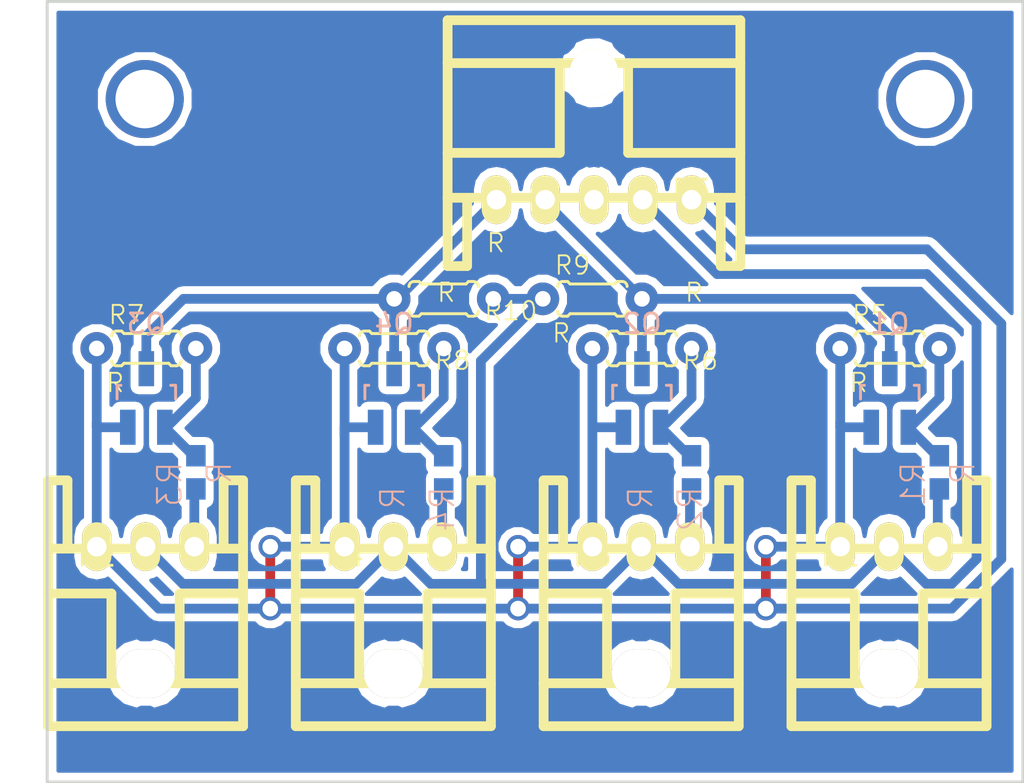
<source format=kicad_pcb>
(kicad_pcb (version 4) (host pcbnew 4.0.4-stable)

  (general
    (links 36)
    (no_connects 0)
    (area -2.493333 -0.075001 50.075001 40.075001)
    (thickness 1.6)
    (drawings 4)
    (tracks 101)
    (zones 0)
    (modules 19)
    (nets 13)
  )

  (page A4)
  (layers
    (0 F.Cu signal)
    (31 B.Cu signal)
    (32 B.Adhes user)
    (33 F.Adhes user)
    (34 B.Paste user)
    (35 F.Paste user)
    (36 B.SilkS user)
    (37 F.SilkS user)
    (38 B.Mask user)
    (39 F.Mask user)
    (40 Dwgs.User user)
    (41 Cmts.User user)
    (42 Eco1.User user)
    (43 Eco2.User user)
    (44 Edge.Cuts user)
    (45 Margin user)
    (46 B.CrtYd user)
    (47 F.CrtYd user)
    (48 B.Fab user)
    (49 F.Fab user)
  )

  (setup
    (last_trace_width 0.25)
    (user_trace_width 0.5)
    (user_trace_width 1)
    (trace_clearance 0.2)
    (zone_clearance 0.4)
    (zone_45_only no)
    (trace_min 0.2)
    (segment_width 0.2)
    (edge_width 0.15)
    (via_size 0.6)
    (via_drill 0.4)
    (via_min_size 0.4)
    (via_min_drill 0.3)
    (user_via 1.2 0.8)
    (user_via 4 3)
    (uvia_size 0.3)
    (uvia_drill 0.1)
    (uvias_allowed no)
    (uvia_min_size 0.2)
    (uvia_min_drill 0.1)
    (pcb_text_width 0.3)
    (pcb_text_size 1.5 1.5)
    (mod_edge_width 0.15)
    (mod_text_size 1 1)
    (mod_text_width 0.15)
    (pad_size 1.524 1.524)
    (pad_drill 0.762)
    (pad_to_mask_clearance 0.2)
    (aux_axis_origin 0 0)
    (visible_elements 7FFFFFFF)
    (pcbplotparams
      (layerselection 0x01000_80000000)
      (usegerberextensions false)
      (excludeedgelayer true)
      (linewidth 0.100000)
      (plotframeref false)
      (viasonmask false)
      (mode 1)
      (useauxorigin false)
      (hpglpennumber 1)
      (hpglpenspeed 20)
      (hpglpendiameter 15)
      (hpglpenoverlay 2)
      (psnegative false)
      (psa4output false)
      (plotreference true)
      (plotvalue true)
      (plotinvisibletext false)
      (padsonsilk false)
      (subtractmaskfromsilk false)
      (outputformat 1)
      (mirror false)
      (drillshape 0)
      (scaleselection 1)
      (outputdirectory ""))
  )

  (net 0 "")
  (net 1 GND)
  (net 2 +5V)
  (net 3 "Net-(P1-Pad3)")
  (net 4 "Net-(P2-Pad3)")
  (net 5 "Net-(P3-Pad3)")
  (net 6 "Net-(P4-Pad3)")
  (net 7 /OUT_A)
  (net 8 /OUT_B)
  (net 9 "Net-(Q1-PadG)")
  (net 10 "Net-(Q2-PadG)")
  (net 11 "Net-(Q3-PadG)")
  (net 12 "Net-(Q4-PadG)")

  (net_class Default "これは標準のネット クラスです。"
    (clearance 0.2)
    (trace_width 0.25)
    (via_dia 0.6)
    (via_drill 0.4)
    (uvia_dia 0.3)
    (uvia_drill 0.1)
    (add_net +5V)
    (add_net /OUT_A)
    (add_net /OUT_B)
    (add_net GND)
    (add_net "Net-(P1-Pad3)")
    (add_net "Net-(P2-Pad3)")
    (add_net "Net-(P3-Pad3)")
    (add_net "Net-(P4-Pad3)")
    (add_net "Net-(Q1-PadG)")
    (add_net "Net-(Q2-PadG)")
    (add_net "Net-(Q3-PadG)")
    (add_net "Net-(Q4-PadG)")
  )

  (module RP_KiCAD_Connector:XA_3L (layer F.Cu) (tedit 5763B259) (tstamp 57AAA5F8)
    (at 2.54 27.94)
    (path /57A338FD)
    (fp_text reference P2 (at 0 0.5) (layer F.SilkS)
      (effects (font (size 1 1) (thickness 0.15)))
    )
    (fp_text value CONN_01X03 (at 0 -0.5) (layer F.Fab)
      (effects (font (size 1 1) (thickness 0.15)))
    )
    (fp_line (start 6.5 -3.4) (end 6.5 0.1) (layer F.SilkS) (width 0.5))
    (fp_line (start -2.5 -3.4) (end -1.5 -3.4) (layer F.SilkS) (width 0.5))
    (fp_line (start -1.5 -3.4) (end -1.5 0.1) (layer F.SilkS) (width 0.5))
    (fp_line (start 7.5 0.1) (end -2.5 0.1) (layer F.SilkS) (width 0.5))
    (fp_line (start 7.5 -3.4) (end 6.5 -3.4) (layer F.SilkS) (width 0.5))
    (fp_line (start 4.25 2.4) (end 7.5 2.4) (layer F.SilkS) (width 0.5))
    (fp_line (start 0.75 2.4) (end -2.5 2.4) (layer F.SilkS) (width 0.5))
    (fp_line (start 4.25 2.4) (end 4.25 7) (layer F.SilkS) (width 0.5))
    (fp_line (start 0.75 2.4) (end 0.75 7) (layer F.SilkS) (width 0.5))
    (fp_line (start -2.5 7) (end 7.5 7) (layer F.SilkS) (width 0.5))
    (fp_line (start 7.5 -3.4) (end 7.5 9.2) (layer F.SilkS) (width 0.5))
    (fp_line (start 7.5 9.2) (end -2.5 9.2) (layer F.SilkS) (width 0.5))
    (fp_line (start -2.5 -3.4) (end -2.5 9.2) (layer F.SilkS) (width 0.5))
    (pad 1 thru_hole oval (at 0 0) (size 1.5 2.5) (drill 1) (layers *.Cu *.Mask F.SilkS)
      (net 1 GND))
    (pad 2 thru_hole oval (at 2.5 0) (size 1.5 2.5) (drill 1) (layers *.Cu *.Mask F.SilkS)
      (net 2 +5V))
    (pad 3 thru_hole oval (at 5 0) (size 1.5 2.5) (drill 1) (layers *.Cu *.Mask F.SilkS)
      (net 4 "Net-(P2-Pad3)"))
    (pad "" thru_hole oval (at 2.5 6.5) (size 3 2.5) (drill oval 3 2.5) (layers *.Cu *.Mask F.SilkS))
    (model conn_XA/XA_3S.wrl
      (at (xyz 0.1 -0.2 0))
      (scale (xyz 4 4 4))
      (rotate (xyz 0 0 180))
    )
  )

  (module RP_KiCAD_Connector:XA_3L (layer F.Cu) (tedit 5763B259) (tstamp 57AAA5F0)
    (at 40.64 27.94)
    (path /57A316B9)
    (fp_text reference P1 (at 0 0.5) (layer F.SilkS)
      (effects (font (size 1 1) (thickness 0.15)))
    )
    (fp_text value CONN_01X03 (at 0 -0.5) (layer F.Fab)
      (effects (font (size 1 1) (thickness 0.15)))
    )
    (fp_line (start 6.5 -3.4) (end 6.5 0.1) (layer F.SilkS) (width 0.5))
    (fp_line (start -2.5 -3.4) (end -1.5 -3.4) (layer F.SilkS) (width 0.5))
    (fp_line (start -1.5 -3.4) (end -1.5 0.1) (layer F.SilkS) (width 0.5))
    (fp_line (start 7.5 0.1) (end -2.5 0.1) (layer F.SilkS) (width 0.5))
    (fp_line (start 7.5 -3.4) (end 6.5 -3.4) (layer F.SilkS) (width 0.5))
    (fp_line (start 4.25 2.4) (end 7.5 2.4) (layer F.SilkS) (width 0.5))
    (fp_line (start 0.75 2.4) (end -2.5 2.4) (layer F.SilkS) (width 0.5))
    (fp_line (start 4.25 2.4) (end 4.25 7) (layer F.SilkS) (width 0.5))
    (fp_line (start 0.75 2.4) (end 0.75 7) (layer F.SilkS) (width 0.5))
    (fp_line (start -2.5 7) (end 7.5 7) (layer F.SilkS) (width 0.5))
    (fp_line (start 7.5 -3.4) (end 7.5 9.2) (layer F.SilkS) (width 0.5))
    (fp_line (start 7.5 9.2) (end -2.5 9.2) (layer F.SilkS) (width 0.5))
    (fp_line (start -2.5 -3.4) (end -2.5 9.2) (layer F.SilkS) (width 0.5))
    (pad 1 thru_hole oval (at 0 0) (size 1.5 2.5) (drill 1) (layers *.Cu *.Mask F.SilkS)
      (net 1 GND))
    (pad 2 thru_hole oval (at 2.5 0) (size 1.5 2.5) (drill 1) (layers *.Cu *.Mask F.SilkS)
      (net 2 +5V))
    (pad 3 thru_hole oval (at 5 0) (size 1.5 2.5) (drill 1) (layers *.Cu *.Mask F.SilkS)
      (net 3 "Net-(P1-Pad3)"))
    (pad "" thru_hole oval (at 2.5 6.5) (size 3 2.5) (drill oval 3 2.5) (layers *.Cu *.Mask F.SilkS))
    (model conn_XA/XA_3S.wrl
      (at (xyz 0.1 -0.2 0))
      (scale (xyz 4 4 4))
      (rotate (xyz 0 0 180))
    )
  )

  (module RP_KiCAD_Connector:XA_3L (layer F.Cu) (tedit 5763B259) (tstamp 57AAA600)
    (at 27.94 27.94)
    (path /57A31705)
    (fp_text reference P3 (at 0 0.5) (layer F.SilkS)
      (effects (font (size 1 1) (thickness 0.15)))
    )
    (fp_text value CONN_01X03 (at 0 -0.5) (layer F.Fab)
      (effects (font (size 1 1) (thickness 0.15)))
    )
    (fp_line (start 6.5 -3.4) (end 6.5 0.1) (layer F.SilkS) (width 0.5))
    (fp_line (start -2.5 -3.4) (end -1.5 -3.4) (layer F.SilkS) (width 0.5))
    (fp_line (start -1.5 -3.4) (end -1.5 0.1) (layer F.SilkS) (width 0.5))
    (fp_line (start 7.5 0.1) (end -2.5 0.1) (layer F.SilkS) (width 0.5))
    (fp_line (start 7.5 -3.4) (end 6.5 -3.4) (layer F.SilkS) (width 0.5))
    (fp_line (start 4.25 2.4) (end 7.5 2.4) (layer F.SilkS) (width 0.5))
    (fp_line (start 0.75 2.4) (end -2.5 2.4) (layer F.SilkS) (width 0.5))
    (fp_line (start 4.25 2.4) (end 4.25 7) (layer F.SilkS) (width 0.5))
    (fp_line (start 0.75 2.4) (end 0.75 7) (layer F.SilkS) (width 0.5))
    (fp_line (start -2.5 7) (end 7.5 7) (layer F.SilkS) (width 0.5))
    (fp_line (start 7.5 -3.4) (end 7.5 9.2) (layer F.SilkS) (width 0.5))
    (fp_line (start 7.5 9.2) (end -2.5 9.2) (layer F.SilkS) (width 0.5))
    (fp_line (start -2.5 -3.4) (end -2.5 9.2) (layer F.SilkS) (width 0.5))
    (pad 1 thru_hole oval (at 0 0) (size 1.5 2.5) (drill 1) (layers *.Cu *.Mask F.SilkS)
      (net 1 GND))
    (pad 2 thru_hole oval (at 2.5 0) (size 1.5 2.5) (drill 1) (layers *.Cu *.Mask F.SilkS)
      (net 2 +5V))
    (pad 3 thru_hole oval (at 5 0) (size 1.5 2.5) (drill 1) (layers *.Cu *.Mask F.SilkS)
      (net 5 "Net-(P3-Pad3)"))
    (pad "" thru_hole oval (at 2.5 6.5) (size 3 2.5) (drill oval 3 2.5) (layers *.Cu *.Mask F.SilkS))
    (model conn_XA/XA_3S.wrl
      (at (xyz 0.1 -0.2 0))
      (scale (xyz 4 4 4))
      (rotate (xyz 0 0 180))
    )
  )

  (module RP_KiCAD_Connector:XA_3L (layer F.Cu) (tedit 5763B259) (tstamp 57AAA608)
    (at 15.24 27.94)
    (path /57A33903)
    (fp_text reference P4 (at 0 0.5) (layer F.SilkS)
      (effects (font (size 1 1) (thickness 0.15)))
    )
    (fp_text value CONN_01X03 (at 0 -0.5) (layer F.Fab)
      (effects (font (size 1 1) (thickness 0.15)))
    )
    (fp_line (start 6.5 -3.4) (end 6.5 0.1) (layer F.SilkS) (width 0.5))
    (fp_line (start -2.5 -3.4) (end -1.5 -3.4) (layer F.SilkS) (width 0.5))
    (fp_line (start -1.5 -3.4) (end -1.5 0.1) (layer F.SilkS) (width 0.5))
    (fp_line (start 7.5 0.1) (end -2.5 0.1) (layer F.SilkS) (width 0.5))
    (fp_line (start 7.5 -3.4) (end 6.5 -3.4) (layer F.SilkS) (width 0.5))
    (fp_line (start 4.25 2.4) (end 7.5 2.4) (layer F.SilkS) (width 0.5))
    (fp_line (start 0.75 2.4) (end -2.5 2.4) (layer F.SilkS) (width 0.5))
    (fp_line (start 4.25 2.4) (end 4.25 7) (layer F.SilkS) (width 0.5))
    (fp_line (start 0.75 2.4) (end 0.75 7) (layer F.SilkS) (width 0.5))
    (fp_line (start -2.5 7) (end 7.5 7) (layer F.SilkS) (width 0.5))
    (fp_line (start 7.5 -3.4) (end 7.5 9.2) (layer F.SilkS) (width 0.5))
    (fp_line (start 7.5 9.2) (end -2.5 9.2) (layer F.SilkS) (width 0.5))
    (fp_line (start -2.5 -3.4) (end -2.5 9.2) (layer F.SilkS) (width 0.5))
    (pad 1 thru_hole oval (at 0 0) (size 1.5 2.5) (drill 1) (layers *.Cu *.Mask F.SilkS)
      (net 1 GND))
    (pad 2 thru_hole oval (at 2.5 0) (size 1.5 2.5) (drill 1) (layers *.Cu *.Mask F.SilkS)
      (net 2 +5V))
    (pad 3 thru_hole oval (at 5 0) (size 1.5 2.5) (drill 1) (layers *.Cu *.Mask F.SilkS)
      (net 6 "Net-(P4-Pad3)"))
    (pad "" thru_hole oval (at 2.5 6.5) (size 3 2.5) (drill oval 3 2.5) (layers *.Cu *.Mask F.SilkS))
    (model conn_XA/XA_3S.wrl
      (at (xyz 0.1 -0.2 0))
      (scale (xyz 4 4 4))
      (rotate (xyz 0 0 180))
    )
  )

  (module RP_KiCAD_Connector:XA_5L (layer F.Cu) (tedit 5763BBD9) (tstamp 57AAA612)
    (at 33.02 10.16 180)
    (path /57A33DF3)
    (fp_text reference P5 (at 0 0.5 180) (layer F.SilkS)
      (effects (font (size 1 1) (thickness 0.15)))
    )
    (fp_text value CONN_01X05 (at 0 -0.5 180) (layer F.Fab)
      (effects (font (size 1 1) (thickness 0.15)))
    )
    (fp_line (start -2.5 -3.4) (end -1.5 -3.4) (layer F.SilkS) (width 0.5))
    (fp_line (start -1.5 -3.4) (end -1.5 0.1) (layer F.SilkS) (width 0.5))
    (fp_line (start 12.5 -3.4) (end 11.5 -3.4) (layer F.SilkS) (width 0.5))
    (fp_line (start 11.5 -3.4) (end 11.5 0.1) (layer F.SilkS) (width 0.5))
    (fp_line (start -2.5 0.1) (end 12.5 0.1) (layer F.SilkS) (width 0.5))
    (fp_line (start 3.25 2.4) (end -2.5 2.4) (layer F.SilkS) (width 0.5))
    (fp_line (start 6.75 2.4) (end 12.5 2.4) (layer F.SilkS) (width 0.5))
    (fp_line (start 6.75 2.4) (end 6.75 7) (layer F.SilkS) (width 0.5))
    (fp_line (start 3.25 2.4) (end 3.25 7) (layer F.SilkS) (width 0.5))
    (fp_line (start -2.5 7) (end 12.5 7) (layer F.SilkS) (width 0.5))
    (fp_line (start 12.5 -3.4) (end 12.5 9.2) (layer F.SilkS) (width 0.5))
    (fp_line (start 12.5 9.2) (end -2.5 9.2) (layer F.SilkS) (width 0.5))
    (fp_line (start -2.5 -3.4) (end -2.5 9.2) (layer F.SilkS) (width 0.5))
    (pad 1 thru_hole oval (at 0 0 180) (size 1.5 2.5) (drill 1) (layers *.Cu *.Mask F.SilkS)
      (net 1 GND))
    (pad 2 thru_hole oval (at 2.5 0 180) (size 1.5 2.5) (drill 1) (layers *.Cu *.Mask F.SilkS)
      (net 2 +5V))
    (pad 3 thru_hole oval (at 5 0 180) (size 1.5 2.5) (drill 1) (layers *.Cu *.Mask F.SilkS))
    (pad 4 thru_hole oval (at 7.5 0 180) (size 1.5 2.5) (drill 1) (layers *.Cu *.Mask F.SilkS)
      (net 7 /OUT_A))
    (pad 5 thru_hole oval (at 10 0 180) (size 1.5 2.5) (drill 1) (layers *.Cu *.Mask F.SilkS)
      (net 8 /OUT_B))
    (pad "" np_thru_hole circle (at 5 6.5 180) (size 2.5 2.5) (drill 2.5) (layers *.Cu *.Mask F.SilkS))
    (model conn_XA/XA_5S.wrl
      (at (xyz 0.2 -0.2 0))
      (scale (xyz 4 4 4))
      (rotate (xyz 0 0 180))
    )
  )

  (module TO_SOT_Packages_SMD:SOT-23_Handsoldering (layer B.Cu) (tedit 56FA59B0) (tstamp 57AAA619)
    (at 43.18 20.32 180)
    (descr "SOT-23, Handsoldering")
    (tags SOT-23)
    (path /57A3172B)
    (attr smd)
    (fp_text reference Q1 (at 0 3.81 180) (layer B.SilkS)
      (effects (font (size 1 1) (thickness 0.15)) (justify mirror))
    )
    (fp_text value MOSFET_N (at 0 -3.81 180) (layer B.Fab)
      (effects (font (size 1 1) (thickness 0.15)) (justify mirror))
    )
    (fp_line (start -1.49982 -0.0508) (end -1.49982 0.65024) (layer B.SilkS) (width 0.15))
    (fp_line (start -1.49982 0.65024) (end -1.2509 0.65024) (layer B.SilkS) (width 0.15))
    (fp_line (start 1.29916 0.65024) (end 1.49982 0.65024) (layer B.SilkS) (width 0.15))
    (fp_line (start 1.49982 0.65024) (end 1.49982 -0.0508) (layer B.SilkS) (width 0.15))
    (pad G smd rect (at -0.95 -1.50114 180) (size 0.8001 1.80086) (layers B.Cu B.Paste B.Mask)
      (net 9 "Net-(Q1-PadG)"))
    (pad S smd rect (at 0.95 -1.50114 180) (size 0.8001 1.80086) (layers B.Cu B.Paste B.Mask)
      (net 1 GND))
    (pad D smd rect (at 0 1.50114 180) (size 0.8001 1.80086) (layers B.Cu B.Paste B.Mask)
      (net 7 /OUT_A))
    (model TO_SOT_Packages_SMD.3dshapes/SOT-23_Handsoldering.wrl
      (at (xyz 0 0 0))
      (scale (xyz 1 1 1))
      (rotate (xyz 0 0 0))
    )
  )

  (module TO_SOT_Packages_SMD:SOT-23_Handsoldering (layer B.Cu) (tedit 56FA59B0) (tstamp 57AAA620)
    (at 30.48 20.32 180)
    (descr "SOT-23, Handsoldering")
    (tags SOT-23)
    (path /57A31811)
    (attr smd)
    (fp_text reference Q2 (at 0 3.81 180) (layer B.SilkS)
      (effects (font (size 1 1) (thickness 0.15)) (justify mirror))
    )
    (fp_text value MOSFET_N (at 0 -3.81 180) (layer B.Fab)
      (effects (font (size 1 1) (thickness 0.15)) (justify mirror))
    )
    (fp_line (start -1.49982 -0.0508) (end -1.49982 0.65024) (layer B.SilkS) (width 0.15))
    (fp_line (start -1.49982 0.65024) (end -1.2509 0.65024) (layer B.SilkS) (width 0.15))
    (fp_line (start 1.29916 0.65024) (end 1.49982 0.65024) (layer B.SilkS) (width 0.15))
    (fp_line (start 1.49982 0.65024) (end 1.49982 -0.0508) (layer B.SilkS) (width 0.15))
    (pad G smd rect (at -0.95 -1.50114 180) (size 0.8001 1.80086) (layers B.Cu B.Paste B.Mask)
      (net 10 "Net-(Q2-PadG)"))
    (pad S smd rect (at 0.95 -1.50114 180) (size 0.8001 1.80086) (layers B.Cu B.Paste B.Mask)
      (net 1 GND))
    (pad D smd rect (at 0 1.50114 180) (size 0.8001 1.80086) (layers B.Cu B.Paste B.Mask)
      (net 7 /OUT_A))
    (model TO_SOT_Packages_SMD.3dshapes/SOT-23_Handsoldering.wrl
      (at (xyz 0 0 0))
      (scale (xyz 1 1 1))
      (rotate (xyz 0 0 0))
    )
  )

  (module TO_SOT_Packages_SMD:SOT-23_Handsoldering (layer B.Cu) (tedit 56FA59B0) (tstamp 57AAA627)
    (at 5.08 20.32 180)
    (descr "SOT-23, Handsoldering")
    (tags SOT-23)
    (path /57A33909)
    (attr smd)
    (fp_text reference Q3 (at 0 3.81 180) (layer B.SilkS)
      (effects (font (size 1 1) (thickness 0.15)) (justify mirror))
    )
    (fp_text value MOSFET_N (at 0 -3.81 180) (layer B.Fab)
      (effects (font (size 1 1) (thickness 0.15)) (justify mirror))
    )
    (fp_line (start -1.49982 -0.0508) (end -1.49982 0.65024) (layer B.SilkS) (width 0.15))
    (fp_line (start -1.49982 0.65024) (end -1.2509 0.65024) (layer B.SilkS) (width 0.15))
    (fp_line (start 1.29916 0.65024) (end 1.49982 0.65024) (layer B.SilkS) (width 0.15))
    (fp_line (start 1.49982 0.65024) (end 1.49982 -0.0508) (layer B.SilkS) (width 0.15))
    (pad G smd rect (at -0.95 -1.50114 180) (size 0.8001 1.80086) (layers B.Cu B.Paste B.Mask)
      (net 11 "Net-(Q3-PadG)"))
    (pad S smd rect (at 0.95 -1.50114 180) (size 0.8001 1.80086) (layers B.Cu B.Paste B.Mask)
      (net 1 GND))
    (pad D smd rect (at 0 1.50114 180) (size 0.8001 1.80086) (layers B.Cu B.Paste B.Mask)
      (net 8 /OUT_B))
    (model TO_SOT_Packages_SMD.3dshapes/SOT-23_Handsoldering.wrl
      (at (xyz 0 0 0))
      (scale (xyz 1 1 1))
      (rotate (xyz 0 0 0))
    )
  )

  (module TO_SOT_Packages_SMD:SOT-23_Handsoldering (layer B.Cu) (tedit 56FA59B0) (tstamp 57AAA62E)
    (at 17.78 20.32 180)
    (descr "SOT-23, Handsoldering")
    (tags SOT-23)
    (path /57A3390F)
    (attr smd)
    (fp_text reference Q4 (at 0 3.81 180) (layer B.SilkS)
      (effects (font (size 1 1) (thickness 0.15)) (justify mirror))
    )
    (fp_text value MOSFET_N (at 0 -3.81 180) (layer B.Fab)
      (effects (font (size 1 1) (thickness 0.15)) (justify mirror))
    )
    (fp_line (start -1.49982 -0.0508) (end -1.49982 0.65024) (layer B.SilkS) (width 0.15))
    (fp_line (start -1.49982 0.65024) (end -1.2509 0.65024) (layer B.SilkS) (width 0.15))
    (fp_line (start 1.29916 0.65024) (end 1.49982 0.65024) (layer B.SilkS) (width 0.15))
    (fp_line (start 1.49982 0.65024) (end 1.49982 -0.0508) (layer B.SilkS) (width 0.15))
    (pad G smd rect (at -0.95 -1.50114 180) (size 0.8001 1.80086) (layers B.Cu B.Paste B.Mask)
      (net 12 "Net-(Q4-PadG)"))
    (pad S smd rect (at 0.95 -1.50114 180) (size 0.8001 1.80086) (layers B.Cu B.Paste B.Mask)
      (net 1 GND))
    (pad D smd rect (at 0 1.50114 180) (size 0.8001 1.80086) (layers B.Cu B.Paste B.Mask)
      (net 8 /OUT_B))
    (model TO_SOT_Packages_SMD.3dshapes/SOT-23_Handsoldering.wrl
      (at (xyz 0 0 0))
      (scale (xyz 1 1 1))
      (rotate (xyz 0 0 0))
    )
  )

  (module RP_KiCAD_Libs:0204_2f5 (layer F.Cu) (tedit 0) (tstamp 57AAA64C)
    (at 43.18 17.78)
    (descr "<b>RESISTOR</b><p>\ntype 0204, grid 5 mm")
    (path /57A318F2)
    (fp_text reference R5 (at -2.0066 -1.1684) (layer F.SilkS)
      (effects (font (size 0.94107 0.94107) (thickness 0.09906)) (justify left bottom))
    )
    (fp_text value R (at -2.1336 2.3114) (layer F.SilkS)
      (effects (font (size 0.94107 0.94107) (thickness 0.09906)) (justify left bottom))
    )
    (fp_line (start 2.54 0) (end 2.032 0) (layer Dwgs.User) (width 0.508))
    (fp_line (start -2.54 0) (end -2.032 0) (layer Dwgs.User) (width 0.508))
    (fp_arc (start -1.524 -0.635) (end -1.778 -0.635) (angle 90) (layer F.SilkS) (width 0.1524))
    (fp_arc (start -1.524 0.635) (end -1.778 0.635) (angle -90) (layer F.SilkS) (width 0.1524))
    (fp_arc (start 1.524 0.635) (end 1.524 0.889) (angle -90) (layer F.SilkS) (width 0.1524))
    (fp_arc (start 1.524 -0.635) (end 1.524 -0.889) (angle 90) (layer F.SilkS) (width 0.1524))
    (fp_line (start -1.778 0.635) (end -1.778 -0.635) (layer Dwgs.User) (width 0.1524))
    (fp_line (start -1.524 -0.889) (end -1.27 -0.889) (layer F.SilkS) (width 0.1524))
    (fp_line (start -1.143 -0.762) (end -1.27 -0.889) (layer F.SilkS) (width 0.1524))
    (fp_line (start -1.524 0.889) (end -1.27 0.889) (layer F.SilkS) (width 0.1524))
    (fp_line (start -1.143 0.762) (end -1.27 0.889) (layer F.SilkS) (width 0.1524))
    (fp_line (start 1.143 -0.762) (end 1.27 -0.889) (layer F.SilkS) (width 0.1524))
    (fp_line (start 1.143 -0.762) (end -1.143 -0.762) (layer F.SilkS) (width 0.1524))
    (fp_line (start 1.143 0.762) (end 1.27 0.889) (layer F.SilkS) (width 0.1524))
    (fp_line (start 1.143 0.762) (end -1.143 0.762) (layer F.SilkS) (width 0.1524))
    (fp_line (start 1.524 -0.889) (end 1.27 -0.889) (layer F.SilkS) (width 0.1524))
    (fp_line (start 1.524 0.889) (end 1.27 0.889) (layer F.SilkS) (width 0.1524))
    (fp_line (start 1.778 0.635) (end 1.778 -0.635) (layer Dwgs.User) (width 0.1524))
    (fp_poly (pts (xy -2.032 0.254) (xy -1.778 0.254) (xy -1.778 -0.254) (xy -2.032 -0.254)) (layer Dwgs.User) (width 0))
    (fp_poly (pts (xy 1.778 0.254) (xy 2.032 0.254) (xy 2.032 -0.254) (xy 1.778 -0.254)) (layer Dwgs.User) (width 0))
    (pad 1 thru_hole circle (at -2.54 0) (size 1.6764 1.6764) (drill 0.8) (layers *.Cu *.Mask)
      (net 1 GND))
    (pad 2 thru_hole circle (at 2.54 0) (size 1.6764 1.6764) (drill 0.8) (layers *.Cu *.Mask)
      (net 9 "Net-(Q1-PadG)"))
    (model discret/resistors/horizontal/r_h_1R.wrl
      (at (xyz 0 0 0))
      (scale (xyz 0.2 0.2 0.2))
      (rotate (xyz 0 0 0))
    )
  )

  (module RP_KiCAD_Libs:0204_2f5 (layer F.Cu) (tedit 0) (tstamp 57AAA652)
    (at 30.48 17.78 180)
    (descr "<b>RESISTOR</b><p>\ntype 0204, grid 5 mm")
    (path /57A31A2D)
    (fp_text reference R6 (at -2.0066 -1.1684 180) (layer F.SilkS)
      (effects (font (size 0.94107 0.94107) (thickness 0.09906)) (justify left bottom))
    )
    (fp_text value R (at -2.1336 2.3114 180) (layer F.SilkS)
      (effects (font (size 0.94107 0.94107) (thickness 0.09906)) (justify left bottom))
    )
    (fp_line (start 2.54 0) (end 2.032 0) (layer Dwgs.User) (width 0.508))
    (fp_line (start -2.54 0) (end -2.032 0) (layer Dwgs.User) (width 0.508))
    (fp_arc (start -1.524 -0.635) (end -1.778 -0.635) (angle 90) (layer F.SilkS) (width 0.1524))
    (fp_arc (start -1.524 0.635) (end -1.778 0.635) (angle -90) (layer F.SilkS) (width 0.1524))
    (fp_arc (start 1.524 0.635) (end 1.524 0.889) (angle -90) (layer F.SilkS) (width 0.1524))
    (fp_arc (start 1.524 -0.635) (end 1.524 -0.889) (angle 90) (layer F.SilkS) (width 0.1524))
    (fp_line (start -1.778 0.635) (end -1.778 -0.635) (layer Dwgs.User) (width 0.1524))
    (fp_line (start -1.524 -0.889) (end -1.27 -0.889) (layer F.SilkS) (width 0.1524))
    (fp_line (start -1.143 -0.762) (end -1.27 -0.889) (layer F.SilkS) (width 0.1524))
    (fp_line (start -1.524 0.889) (end -1.27 0.889) (layer F.SilkS) (width 0.1524))
    (fp_line (start -1.143 0.762) (end -1.27 0.889) (layer F.SilkS) (width 0.1524))
    (fp_line (start 1.143 -0.762) (end 1.27 -0.889) (layer F.SilkS) (width 0.1524))
    (fp_line (start 1.143 -0.762) (end -1.143 -0.762) (layer F.SilkS) (width 0.1524))
    (fp_line (start 1.143 0.762) (end 1.27 0.889) (layer F.SilkS) (width 0.1524))
    (fp_line (start 1.143 0.762) (end -1.143 0.762) (layer F.SilkS) (width 0.1524))
    (fp_line (start 1.524 -0.889) (end 1.27 -0.889) (layer F.SilkS) (width 0.1524))
    (fp_line (start 1.524 0.889) (end 1.27 0.889) (layer F.SilkS) (width 0.1524))
    (fp_line (start 1.778 0.635) (end 1.778 -0.635) (layer Dwgs.User) (width 0.1524))
    (fp_poly (pts (xy -2.032 0.254) (xy -1.778 0.254) (xy -1.778 -0.254) (xy -2.032 -0.254)) (layer Dwgs.User) (width 0))
    (fp_poly (pts (xy 1.778 0.254) (xy 2.032 0.254) (xy 2.032 -0.254) (xy 1.778 -0.254)) (layer Dwgs.User) (width 0))
    (pad 1 thru_hole circle (at -2.54 0 180) (size 1.6764 1.6764) (drill 0.8) (layers *.Cu *.Mask)
      (net 10 "Net-(Q2-PadG)"))
    (pad 2 thru_hole circle (at 2.54 0 180) (size 1.6764 1.6764) (drill 0.8) (layers *.Cu *.Mask)
      (net 1 GND))
    (model discret/resistors/horizontal/r_h_1R.wrl
      (at (xyz 0 0 0))
      (scale (xyz 0.2 0.2 0.2))
      (rotate (xyz 0 0 0))
    )
  )

  (module RP_KiCAD_Libs:0204_2f5 (layer F.Cu) (tedit 0) (tstamp 57AAA658)
    (at 5.08 17.78)
    (descr "<b>RESISTOR</b><p>\ntype 0204, grid 5 mm")
    (path /57A3391B)
    (fp_text reference R7 (at -2.0066 -1.1684) (layer F.SilkS)
      (effects (font (size 0.94107 0.94107) (thickness 0.09906)) (justify left bottom))
    )
    (fp_text value R (at -2.1336 2.3114) (layer F.SilkS)
      (effects (font (size 0.94107 0.94107) (thickness 0.09906)) (justify left bottom))
    )
    (fp_line (start 2.54 0) (end 2.032 0) (layer Dwgs.User) (width 0.508))
    (fp_line (start -2.54 0) (end -2.032 0) (layer Dwgs.User) (width 0.508))
    (fp_arc (start -1.524 -0.635) (end -1.778 -0.635) (angle 90) (layer F.SilkS) (width 0.1524))
    (fp_arc (start -1.524 0.635) (end -1.778 0.635) (angle -90) (layer F.SilkS) (width 0.1524))
    (fp_arc (start 1.524 0.635) (end 1.524 0.889) (angle -90) (layer F.SilkS) (width 0.1524))
    (fp_arc (start 1.524 -0.635) (end 1.524 -0.889) (angle 90) (layer F.SilkS) (width 0.1524))
    (fp_line (start -1.778 0.635) (end -1.778 -0.635) (layer Dwgs.User) (width 0.1524))
    (fp_line (start -1.524 -0.889) (end -1.27 -0.889) (layer F.SilkS) (width 0.1524))
    (fp_line (start -1.143 -0.762) (end -1.27 -0.889) (layer F.SilkS) (width 0.1524))
    (fp_line (start -1.524 0.889) (end -1.27 0.889) (layer F.SilkS) (width 0.1524))
    (fp_line (start -1.143 0.762) (end -1.27 0.889) (layer F.SilkS) (width 0.1524))
    (fp_line (start 1.143 -0.762) (end 1.27 -0.889) (layer F.SilkS) (width 0.1524))
    (fp_line (start 1.143 -0.762) (end -1.143 -0.762) (layer F.SilkS) (width 0.1524))
    (fp_line (start 1.143 0.762) (end 1.27 0.889) (layer F.SilkS) (width 0.1524))
    (fp_line (start 1.143 0.762) (end -1.143 0.762) (layer F.SilkS) (width 0.1524))
    (fp_line (start 1.524 -0.889) (end 1.27 -0.889) (layer F.SilkS) (width 0.1524))
    (fp_line (start 1.524 0.889) (end 1.27 0.889) (layer F.SilkS) (width 0.1524))
    (fp_line (start 1.778 0.635) (end 1.778 -0.635) (layer Dwgs.User) (width 0.1524))
    (fp_poly (pts (xy -2.032 0.254) (xy -1.778 0.254) (xy -1.778 -0.254) (xy -2.032 -0.254)) (layer Dwgs.User) (width 0))
    (fp_poly (pts (xy 1.778 0.254) (xy 2.032 0.254) (xy 2.032 -0.254) (xy 1.778 -0.254)) (layer Dwgs.User) (width 0))
    (pad 1 thru_hole circle (at -2.54 0) (size 1.6764 1.6764) (drill 0.8) (layers *.Cu *.Mask)
      (net 1 GND))
    (pad 2 thru_hole circle (at 2.54 0) (size 1.6764 1.6764) (drill 0.8) (layers *.Cu *.Mask)
      (net 11 "Net-(Q3-PadG)"))
    (model discret/resistors/horizontal/r_h_1R.wrl
      (at (xyz 0 0 0))
      (scale (xyz 0.2 0.2 0.2))
      (rotate (xyz 0 0 0))
    )
  )

  (module RP_KiCAD_Libs:0204_2f5 (layer F.Cu) (tedit 0) (tstamp 57AAA65E)
    (at 17.78 17.78 180)
    (descr "<b>RESISTOR</b><p>\ntype 0204, grid 5 mm")
    (path /57A33927)
    (fp_text reference R8 (at -2.0066 -1.1684 180) (layer F.SilkS)
      (effects (font (size 0.94107 0.94107) (thickness 0.09906)) (justify left bottom))
    )
    (fp_text value R (at -2.1336 2.3114 180) (layer F.SilkS)
      (effects (font (size 0.94107 0.94107) (thickness 0.09906)) (justify left bottom))
    )
    (fp_line (start 2.54 0) (end 2.032 0) (layer Dwgs.User) (width 0.508))
    (fp_line (start -2.54 0) (end -2.032 0) (layer Dwgs.User) (width 0.508))
    (fp_arc (start -1.524 -0.635) (end -1.778 -0.635) (angle 90) (layer F.SilkS) (width 0.1524))
    (fp_arc (start -1.524 0.635) (end -1.778 0.635) (angle -90) (layer F.SilkS) (width 0.1524))
    (fp_arc (start 1.524 0.635) (end 1.524 0.889) (angle -90) (layer F.SilkS) (width 0.1524))
    (fp_arc (start 1.524 -0.635) (end 1.524 -0.889) (angle 90) (layer F.SilkS) (width 0.1524))
    (fp_line (start -1.778 0.635) (end -1.778 -0.635) (layer Dwgs.User) (width 0.1524))
    (fp_line (start -1.524 -0.889) (end -1.27 -0.889) (layer F.SilkS) (width 0.1524))
    (fp_line (start -1.143 -0.762) (end -1.27 -0.889) (layer F.SilkS) (width 0.1524))
    (fp_line (start -1.524 0.889) (end -1.27 0.889) (layer F.SilkS) (width 0.1524))
    (fp_line (start -1.143 0.762) (end -1.27 0.889) (layer F.SilkS) (width 0.1524))
    (fp_line (start 1.143 -0.762) (end 1.27 -0.889) (layer F.SilkS) (width 0.1524))
    (fp_line (start 1.143 -0.762) (end -1.143 -0.762) (layer F.SilkS) (width 0.1524))
    (fp_line (start 1.143 0.762) (end 1.27 0.889) (layer F.SilkS) (width 0.1524))
    (fp_line (start 1.143 0.762) (end -1.143 0.762) (layer F.SilkS) (width 0.1524))
    (fp_line (start 1.524 -0.889) (end 1.27 -0.889) (layer F.SilkS) (width 0.1524))
    (fp_line (start 1.524 0.889) (end 1.27 0.889) (layer F.SilkS) (width 0.1524))
    (fp_line (start 1.778 0.635) (end 1.778 -0.635) (layer Dwgs.User) (width 0.1524))
    (fp_poly (pts (xy -2.032 0.254) (xy -1.778 0.254) (xy -1.778 -0.254) (xy -2.032 -0.254)) (layer Dwgs.User) (width 0))
    (fp_poly (pts (xy 1.778 0.254) (xy 2.032 0.254) (xy 2.032 -0.254) (xy 1.778 -0.254)) (layer Dwgs.User) (width 0))
    (pad 1 thru_hole circle (at -2.54 0 180) (size 1.6764 1.6764) (drill 0.8) (layers *.Cu *.Mask)
      (net 12 "Net-(Q4-PadG)"))
    (pad 2 thru_hole circle (at 2.54 0 180) (size 1.6764 1.6764) (drill 0.8) (layers *.Cu *.Mask)
      (net 1 GND))
    (model discret/resistors/horizontal/r_h_1R.wrl
      (at (xyz 0 0 0))
      (scale (xyz 0.2 0.2 0.2))
      (rotate (xyz 0 0 0))
    )
  )

  (module RP_KiCAD_Libs:0204_2f5 (layer F.Cu) (tedit 0) (tstamp 57AAA664)
    (at 27.94 15.24)
    (descr "<b>RESISTOR</b><p>\ntype 0204, grid 5 mm")
    (path /57A3452D)
    (fp_text reference R9 (at -2.0066 -1.1684) (layer F.SilkS)
      (effects (font (size 0.94107 0.94107) (thickness 0.09906)) (justify left bottom))
    )
    (fp_text value R (at -2.1336 2.3114) (layer F.SilkS)
      (effects (font (size 0.94107 0.94107) (thickness 0.09906)) (justify left bottom))
    )
    (fp_line (start 2.54 0) (end 2.032 0) (layer Dwgs.User) (width 0.508))
    (fp_line (start -2.54 0) (end -2.032 0) (layer Dwgs.User) (width 0.508))
    (fp_arc (start -1.524 -0.635) (end -1.778 -0.635) (angle 90) (layer F.SilkS) (width 0.1524))
    (fp_arc (start -1.524 0.635) (end -1.778 0.635) (angle -90) (layer F.SilkS) (width 0.1524))
    (fp_arc (start 1.524 0.635) (end 1.524 0.889) (angle -90) (layer F.SilkS) (width 0.1524))
    (fp_arc (start 1.524 -0.635) (end 1.524 -0.889) (angle 90) (layer F.SilkS) (width 0.1524))
    (fp_line (start -1.778 0.635) (end -1.778 -0.635) (layer Dwgs.User) (width 0.1524))
    (fp_line (start -1.524 -0.889) (end -1.27 -0.889) (layer F.SilkS) (width 0.1524))
    (fp_line (start -1.143 -0.762) (end -1.27 -0.889) (layer F.SilkS) (width 0.1524))
    (fp_line (start -1.524 0.889) (end -1.27 0.889) (layer F.SilkS) (width 0.1524))
    (fp_line (start -1.143 0.762) (end -1.27 0.889) (layer F.SilkS) (width 0.1524))
    (fp_line (start 1.143 -0.762) (end 1.27 -0.889) (layer F.SilkS) (width 0.1524))
    (fp_line (start 1.143 -0.762) (end -1.143 -0.762) (layer F.SilkS) (width 0.1524))
    (fp_line (start 1.143 0.762) (end 1.27 0.889) (layer F.SilkS) (width 0.1524))
    (fp_line (start 1.143 0.762) (end -1.143 0.762) (layer F.SilkS) (width 0.1524))
    (fp_line (start 1.524 -0.889) (end 1.27 -0.889) (layer F.SilkS) (width 0.1524))
    (fp_line (start 1.524 0.889) (end 1.27 0.889) (layer F.SilkS) (width 0.1524))
    (fp_line (start 1.778 0.635) (end 1.778 -0.635) (layer Dwgs.User) (width 0.1524))
    (fp_poly (pts (xy -2.032 0.254) (xy -1.778 0.254) (xy -1.778 -0.254) (xy -2.032 -0.254)) (layer Dwgs.User) (width 0))
    (fp_poly (pts (xy 1.778 0.254) (xy 2.032 0.254) (xy 2.032 -0.254) (xy 1.778 -0.254)) (layer Dwgs.User) (width 0))
    (pad 1 thru_hole circle (at -2.54 0) (size 1.6764 1.6764) (drill 0.8) (layers *.Cu *.Mask)
      (net 2 +5V))
    (pad 2 thru_hole circle (at 2.54 0) (size 1.6764 1.6764) (drill 0.8) (layers *.Cu *.Mask)
      (net 7 /OUT_A))
    (model discret/resistors/horizontal/r_h_1R.wrl
      (at (xyz 0 0 0))
      (scale (xyz 0.2 0.2 0.2))
      (rotate (xyz 0 0 0))
    )
  )

  (module RP_KiCAD_Libs:0204_2f5 (layer F.Cu) (tedit 0) (tstamp 57AAA66A)
    (at 20.32 15.24 180)
    (descr "<b>RESISTOR</b><p>\ntype 0204, grid 5 mm")
    (path /57A344CA)
    (fp_text reference R10 (at -2.0066 -1.1684 180) (layer F.SilkS)
      (effects (font (size 0.94107 0.94107) (thickness 0.09906)) (justify left bottom))
    )
    (fp_text value R (at -2.1336 2.3114 180) (layer F.SilkS)
      (effects (font (size 0.94107 0.94107) (thickness 0.09906)) (justify left bottom))
    )
    (fp_line (start 2.54 0) (end 2.032 0) (layer Dwgs.User) (width 0.508))
    (fp_line (start -2.54 0) (end -2.032 0) (layer Dwgs.User) (width 0.508))
    (fp_arc (start -1.524 -0.635) (end -1.778 -0.635) (angle 90) (layer F.SilkS) (width 0.1524))
    (fp_arc (start -1.524 0.635) (end -1.778 0.635) (angle -90) (layer F.SilkS) (width 0.1524))
    (fp_arc (start 1.524 0.635) (end 1.524 0.889) (angle -90) (layer F.SilkS) (width 0.1524))
    (fp_arc (start 1.524 -0.635) (end 1.524 -0.889) (angle 90) (layer F.SilkS) (width 0.1524))
    (fp_line (start -1.778 0.635) (end -1.778 -0.635) (layer Dwgs.User) (width 0.1524))
    (fp_line (start -1.524 -0.889) (end -1.27 -0.889) (layer F.SilkS) (width 0.1524))
    (fp_line (start -1.143 -0.762) (end -1.27 -0.889) (layer F.SilkS) (width 0.1524))
    (fp_line (start -1.524 0.889) (end -1.27 0.889) (layer F.SilkS) (width 0.1524))
    (fp_line (start -1.143 0.762) (end -1.27 0.889) (layer F.SilkS) (width 0.1524))
    (fp_line (start 1.143 -0.762) (end 1.27 -0.889) (layer F.SilkS) (width 0.1524))
    (fp_line (start 1.143 -0.762) (end -1.143 -0.762) (layer F.SilkS) (width 0.1524))
    (fp_line (start 1.143 0.762) (end 1.27 0.889) (layer F.SilkS) (width 0.1524))
    (fp_line (start 1.143 0.762) (end -1.143 0.762) (layer F.SilkS) (width 0.1524))
    (fp_line (start 1.524 -0.889) (end 1.27 -0.889) (layer F.SilkS) (width 0.1524))
    (fp_line (start 1.524 0.889) (end 1.27 0.889) (layer F.SilkS) (width 0.1524))
    (fp_line (start 1.778 0.635) (end 1.778 -0.635) (layer Dwgs.User) (width 0.1524))
    (fp_poly (pts (xy -2.032 0.254) (xy -1.778 0.254) (xy -1.778 -0.254) (xy -2.032 -0.254)) (layer Dwgs.User) (width 0))
    (fp_poly (pts (xy 1.778 0.254) (xy 2.032 0.254) (xy 2.032 -0.254) (xy 1.778 -0.254)) (layer Dwgs.User) (width 0))
    (pad 1 thru_hole circle (at -2.54 0 180) (size 1.6764 1.6764) (drill 0.8) (layers *.Cu *.Mask)
      (net 2 +5V))
    (pad 2 thru_hole circle (at 2.54 0 180) (size 1.6764 1.6764) (drill 0.8) (layers *.Cu *.Mask)
      (net 8 /OUT_B))
    (model discret/resistors/horizontal/r_h_1R.wrl
      (at (xyz 0 0 0))
      (scale (xyz 0.2 0.2 0.2))
      (rotate (xyz 0 0 0))
    )
  )

  (module RP_KiCAD_Libs:C1608 (layer B.Cu) (tedit 0) (tstamp 57AAA975)
    (at 45.72 24.13 270)
    (descr <b>CAPACITOR</b>)
    (path /57A3188D)
    (fp_text reference R1 (at -0.635 0.635 270) (layer B.SilkS)
      (effects (font (size 1.2065 1.2065) (thickness 0.1016)) (justify left bottom mirror))
    )
    (fp_text value R (at -0.635 -1.905 270) (layer B.SilkS)
      (effects (font (size 1.2065 1.2065) (thickness 0.1016)) (justify left bottom mirror))
    )
    (fp_line (start -0.356 0.432) (end 0.356 0.432) (layer Dwgs.User) (width 0.1016))
    (fp_line (start -0.356 -0.419) (end 0.356 -0.419) (layer Dwgs.User) (width 0.1016))
    (fp_poly (pts (xy -0.8382 -0.4699) (xy -0.3381 -0.4699) (xy -0.3381 0.4801) (xy -0.8382 0.4801)) (layer Dwgs.User) (width 0))
    (fp_poly (pts (xy 0.3302 -0.4699) (xy 0.8303 -0.4699) (xy 0.8303 0.4801) (xy 0.3302 0.4801)) (layer Dwgs.User) (width 0))
    (fp_poly (pts (xy -0.1999 -0.3) (xy 0.1999 -0.3) (xy 0.1999 0.3) (xy -0.1999 0.3)) (layer B.Adhes) (width 0))
    (pad 1 smd rect (at -0.85 0 270) (size 1.1 1) (layers B.Cu B.Paste B.Mask)
      (net 9 "Net-(Q1-PadG)"))
    (pad 2 smd rect (at 0.85 0 270) (size 1.1 1) (layers B.Cu B.Paste B.Mask)
      (net 3 "Net-(P1-Pad3)"))
    (model Resistors_SMD.3dshapes/R_0603.wrl
      (at (xyz 0 0 0))
      (scale (xyz 1 1 1))
      (rotate (xyz 0 0 0))
    )
  )

  (module RP_KiCAD_Libs:C1608 (layer B.Cu) (tedit 0) (tstamp 57AAA97A)
    (at 33.02 24.13 90)
    (descr <b>CAPACITOR</b>)
    (path /57A31926)
    (fp_text reference R2 (at -0.635 0.635 90) (layer B.SilkS)
      (effects (font (size 1.2065 1.2065) (thickness 0.1016)) (justify left bottom mirror))
    )
    (fp_text value R (at -0.635 -1.905 90) (layer B.SilkS)
      (effects (font (size 1.2065 1.2065) (thickness 0.1016)) (justify left bottom mirror))
    )
    (fp_line (start -0.356 0.432) (end 0.356 0.432) (layer Dwgs.User) (width 0.1016))
    (fp_line (start -0.356 -0.419) (end 0.356 -0.419) (layer Dwgs.User) (width 0.1016))
    (fp_poly (pts (xy -0.8382 -0.4699) (xy -0.3381 -0.4699) (xy -0.3381 0.4801) (xy -0.8382 0.4801)) (layer Dwgs.User) (width 0))
    (fp_poly (pts (xy 0.3302 -0.4699) (xy 0.8303 -0.4699) (xy 0.8303 0.4801) (xy 0.3302 0.4801)) (layer Dwgs.User) (width 0))
    (fp_poly (pts (xy -0.1999 -0.3) (xy 0.1999 -0.3) (xy 0.1999 0.3) (xy -0.1999 0.3)) (layer B.Adhes) (width 0))
    (pad 1 smd rect (at -0.85 0 90) (size 1.1 1) (layers B.Cu B.Paste B.Mask)
      (net 5 "Net-(P3-Pad3)"))
    (pad 2 smd rect (at 0.85 0 90) (size 1.1 1) (layers B.Cu B.Paste B.Mask)
      (net 10 "Net-(Q2-PadG)"))
    (model Resistors_SMD.3dshapes/R_0603.wrl
      (at (xyz 0 0 0))
      (scale (xyz 1 1 1))
      (rotate (xyz 0 0 0))
    )
  )

  (module RP_KiCAD_Libs:C1608 (layer B.Cu) (tedit 0) (tstamp 57AAA97F)
    (at 7.62 24.13 270)
    (descr <b>CAPACITOR</b>)
    (path /57A33915)
    (fp_text reference R3 (at -0.635 0.635 270) (layer B.SilkS)
      (effects (font (size 1.2065 1.2065) (thickness 0.1016)) (justify left bottom mirror))
    )
    (fp_text value R (at -0.635 -1.905 270) (layer B.SilkS)
      (effects (font (size 1.2065 1.2065) (thickness 0.1016)) (justify left bottom mirror))
    )
    (fp_line (start -0.356 0.432) (end 0.356 0.432) (layer Dwgs.User) (width 0.1016))
    (fp_line (start -0.356 -0.419) (end 0.356 -0.419) (layer Dwgs.User) (width 0.1016))
    (fp_poly (pts (xy -0.8382 -0.4699) (xy -0.3381 -0.4699) (xy -0.3381 0.4801) (xy -0.8382 0.4801)) (layer Dwgs.User) (width 0))
    (fp_poly (pts (xy 0.3302 -0.4699) (xy 0.8303 -0.4699) (xy 0.8303 0.4801) (xy 0.3302 0.4801)) (layer Dwgs.User) (width 0))
    (fp_poly (pts (xy -0.1999 -0.3) (xy 0.1999 -0.3) (xy 0.1999 0.3) (xy -0.1999 0.3)) (layer B.Adhes) (width 0))
    (pad 1 smd rect (at -0.85 0 270) (size 1.1 1) (layers B.Cu B.Paste B.Mask)
      (net 11 "Net-(Q3-PadG)"))
    (pad 2 smd rect (at 0.85 0 270) (size 1.1 1) (layers B.Cu B.Paste B.Mask)
      (net 4 "Net-(P2-Pad3)"))
    (model Resistors_SMD.3dshapes/R_0603.wrl
      (at (xyz 0 0 0))
      (scale (xyz 1 1 1))
      (rotate (xyz 0 0 0))
    )
  )

  (module RP_KiCAD_Libs:C1608 (layer B.Cu) (tedit 0) (tstamp 57AAA984)
    (at 20.32 24.13 90)
    (descr <b>CAPACITOR</b>)
    (path /57A33921)
    (fp_text reference R4 (at -0.635 0.635 90) (layer B.SilkS)
      (effects (font (size 1.2065 1.2065) (thickness 0.1016)) (justify left bottom mirror))
    )
    (fp_text value R (at -0.635 -1.905 90) (layer B.SilkS)
      (effects (font (size 1.2065 1.2065) (thickness 0.1016)) (justify left bottom mirror))
    )
    (fp_line (start -0.356 0.432) (end 0.356 0.432) (layer Dwgs.User) (width 0.1016))
    (fp_line (start -0.356 -0.419) (end 0.356 -0.419) (layer Dwgs.User) (width 0.1016))
    (fp_poly (pts (xy -0.8382 -0.4699) (xy -0.3381 -0.4699) (xy -0.3381 0.4801) (xy -0.8382 0.4801)) (layer Dwgs.User) (width 0))
    (fp_poly (pts (xy 0.3302 -0.4699) (xy 0.8303 -0.4699) (xy 0.8303 0.4801) (xy 0.3302 0.4801)) (layer Dwgs.User) (width 0))
    (fp_poly (pts (xy -0.1999 -0.3) (xy 0.1999 -0.3) (xy 0.1999 0.3) (xy -0.1999 0.3)) (layer B.Adhes) (width 0))
    (pad 1 smd rect (at -0.85 0 90) (size 1.1 1) (layers B.Cu B.Paste B.Mask)
      (net 6 "Net-(P4-Pad3)"))
    (pad 2 smd rect (at 0.85 0 90) (size 1.1 1) (layers B.Cu B.Paste B.Mask)
      (net 12 "Net-(Q4-PadG)"))
    (model Resistors_SMD.3dshapes/R_0603.wrl
      (at (xyz 0 0 0))
      (scale (xyz 1 1 1))
      (rotate (xyz 0 0 0))
    )
  )

  (gr_line (start 50 0) (end 0 0) (angle 90) (layer Edge.Cuts) (width 0.15))
  (gr_line (start 50 40) (end 50 0) (angle 90) (layer Edge.Cuts) (width 0.15))
  (gr_line (start 0 40) (end 50 40) (angle 90) (layer Edge.Cuts) (width 0.15))
  (gr_line (start 0 0) (end 0 40) (angle 90) (layer Edge.Cuts) (width 0.15))

  (via (at 45 5) (size 4) (drill 3) (layers F.Cu B.Cu) (net 0))
  (via (at 5 5) (size 4) (drill 3) (layers F.Cu B.Cu) (net 0))
  (segment (start 36.83 31.115) (end 46.355 31.115) (width 0.5) (layer B.Cu) (net 1))
  (segment (start 35.56 12.7) (end 33.02 10.16) (width 0.5) (layer B.Cu) (net 1) (tstamp 57AAAA5C))
  (segment (start 45.085 12.7) (end 35.56 12.7) (width 0.5) (layer B.Cu) (net 1) (tstamp 57AAAA5A))
  (segment (start 48.895 16.51) (end 45.085 12.7) (width 0.5) (layer B.Cu) (net 1) (tstamp 57AAAA58))
  (segment (start 48.895 28.575) (end 48.895 16.51) (width 0.5) (layer B.Cu) (net 1) (tstamp 57AAAA56))
  (segment (start 46.355 31.115) (end 48.895 28.575) (width 0.5) (layer B.Cu) (net 1) (tstamp 57AAAA54))
  (segment (start 24.13 31.115) (end 36.83 31.115) (width 0.5) (layer B.Cu) (net 1))
  (segment (start 36.83 27.94) (end 40.64 27.94) (width 0.5) (layer B.Cu) (net 1) (tstamp 57AAAA3F))
  (via (at 36.83 27.94) (size 1.2) (drill 0.8) (layers F.Cu B.Cu) (net 1))
  (segment (start 36.83 31.115) (end 36.83 27.94) (width 0.5) (layer F.Cu) (net 1) (tstamp 57AAAA3C))
  (via (at 36.83 31.115) (size 1.2) (drill 0.8) (layers F.Cu B.Cu) (net 1))
  (segment (start 11.43 31.115) (end 24.13 31.115) (width 0.5) (layer B.Cu) (net 1))
  (segment (start 24.13 27.94) (end 27.94 27.94) (width 0.5) (layer B.Cu) (net 1) (tstamp 57AAAA37))
  (via (at 24.13 27.94) (size 1.2) (drill 0.8) (layers F.Cu B.Cu) (net 1))
  (segment (start 24.13 31.115) (end 24.13 27.94) (width 0.5) (layer F.Cu) (net 1) (tstamp 57AAAA34))
  (via (at 24.13 31.115) (size 1.2) (drill 0.8) (layers F.Cu B.Cu) (net 1))
  (segment (start 15.24 27.94) (end 11.43 27.94) (width 0.5) (layer B.Cu) (net 1))
  (segment (start 5.715 31.115) (end 2.54 27.94) (width 0.5) (layer B.Cu) (net 1) (tstamp 57AAAA2B))
  (segment (start 11.43 31.115) (end 5.715 31.115) (width 0.5) (layer B.Cu) (net 1) (tstamp 57AAAA2A))
  (via (at 11.43 31.115) (size 1.2) (drill 0.8) (layers F.Cu B.Cu) (net 1))
  (segment (start 11.43 27.94) (end 11.43 31.115) (width 0.5) (layer F.Cu) (net 1) (tstamp 57AAAA27))
  (via (at 11.43 27.94) (size 1.2) (drill 0.8) (layers F.Cu B.Cu) (net 1))
  (segment (start 4.13 21.82114) (end 2.54 21.82114) (width 0.5) (layer B.Cu) (net 1))
  (segment (start 2.54 21.82114) (end 2.54 21.59) (width 0.5) (layer B.Cu) (net 1) (tstamp 57AAA841))
  (segment (start 2.54 27.94) (end 2.54 21.59) (width 0.5) (layer B.Cu) (net 1))
  (segment (start 2.54 21.59) (end 2.54 17.78) (width 0.5) (layer B.Cu) (net 1) (tstamp 57AAA844))
  (segment (start 16.83 21.82114) (end 15.24 21.82114) (width 0.5) (layer B.Cu) (net 1))
  (segment (start 15.24 21.82114) (end 15.24 22.225) (width 0.5) (layer B.Cu) (net 1) (tstamp 57AAA83A))
  (segment (start 29.53 21.82114) (end 27.94 21.82114) (width 0.5) (layer B.Cu) (net 1))
  (segment (start 27.94 21.82114) (end 27.94 21.59) (width 0.5) (layer B.Cu) (net 1) (tstamp 57AAA835))
  (segment (start 42.23 21.82114) (end 40.64 21.82114) (width 0.5) (layer B.Cu) (net 1))
  (segment (start 40.64 21.82114) (end 40.64 21.59) (width 0.5) (layer B.Cu) (net 1) (tstamp 57AAA830))
  (segment (start 40.64 17.78) (end 40.64 21.59) (width 0.5) (layer B.Cu) (net 1))
  (segment (start 40.64 21.59) (end 40.64 27.94) (width 0.5) (layer B.Cu) (net 1) (tstamp 57AAA833))
  (segment (start 27.94 27.94) (end 27.94 21.59) (width 0.5) (layer B.Cu) (net 1))
  (segment (start 27.94 21.59) (end 27.94 17.78) (width 0.5) (layer B.Cu) (net 1) (tstamp 57AAA838))
  (segment (start 15.24 17.78) (end 15.24 22.225) (width 0.5) (layer B.Cu) (net 1))
  (segment (start 15.24 22.225) (end 15.24 27.94) (width 0.5) (layer B.Cu) (net 1) (tstamp 57AAA83D))
  (segment (start 30.52 10.16) (end 34.33 13.97) (width 0.5) (layer B.Cu) (net 2))
  (segment (start 45.045 29.845) (end 43.14 27.94) (width 0.5) (layer B.Cu) (net 2) (tstamp 57AAAA51))
  (segment (start 46.355 29.845) (end 45.045 29.845) (width 0.5) (layer B.Cu) (net 2) (tstamp 57AAAA50))
  (segment (start 47.625 28.575) (end 46.355 29.845) (width 0.5) (layer B.Cu) (net 2) (tstamp 57AAAA4E))
  (segment (start 47.625 16.51) (end 47.625 28.575) (width 0.5) (layer B.Cu) (net 2) (tstamp 57AAAA4C))
  (segment (start 45.085 13.97) (end 47.625 16.51) (width 0.5) (layer B.Cu) (net 2) (tstamp 57AAAA4A))
  (segment (start 34.33 13.97) (end 45.085 13.97) (width 0.5) (layer B.Cu) (net 2) (tstamp 57AAAA48))
  (segment (start 25.4 15.24) (end 22.225 18.415) (width 0.5) (layer B.Cu) (net 2))
  (segment (start 22.225 18.415) (end 22.225 29.845) (width 0.5) (layer B.Cu) (net 2) (tstamp 57AAAA42))
  (segment (start 22.86 15.24) (end 25.4 15.24) (width 0.5) (layer B.Cu) (net 2))
  (segment (start 30.44 27.94) (end 32.345 29.845) (width 0.5) (layer B.Cu) (net 2))
  (segment (start 41.235 29.845) (end 43.14 27.94) (width 0.5) (layer B.Cu) (net 2) (tstamp 57AAA854))
  (segment (start 32.345 29.845) (end 41.235 29.845) (width 0.5) (layer B.Cu) (net 2) (tstamp 57AAA853))
  (segment (start 17.74 27.94) (end 19.645 29.845) (width 0.5) (layer B.Cu) (net 2))
  (segment (start 19.645 29.845) (end 22.225 29.845) (width 0.5) (layer B.Cu) (net 2) (tstamp 57AAA84F))
  (segment (start 22.225 29.845) (end 25.4 29.845) (width 0.5) (layer B.Cu) (net 2) (tstamp 57AAAA46))
  (segment (start 25.4 29.845) (end 28.535 29.845) (width 0.5) (layer B.Cu) (net 2) (tstamp 57AAA92D))
  (segment (start 28.535 29.845) (end 30.44 27.94) (width 0.5) (layer B.Cu) (net 2) (tstamp 57AAA850))
  (segment (start 5.04 27.94) (end 6.945 29.845) (width 0.5) (layer B.Cu) (net 2))
  (segment (start 15.835 29.845) (end 17.74 27.94) (width 0.5) (layer B.Cu) (net 2) (tstamp 57AAA84C))
  (segment (start 6.945 29.845) (end 15.835 29.845) (width 0.5) (layer B.Cu) (net 2) (tstamp 57AAA84B))
  (segment (start 45.64 27.94) (end 45.64 25.06) (width 0.5) (layer B.Cu) (net 3))
  (segment (start 45.64 25.06) (end 45.72 24.98) (width 0.5) (layer B.Cu) (net 3) (tstamp 57AAA9D4))
  (segment (start 7.54 27.94) (end 7.54 25.06) (width 0.5) (layer B.Cu) (net 4))
  (segment (start 7.54 25.06) (end 7.62 24.98) (width 0.5) (layer B.Cu) (net 4) (tstamp 57AAA9C2))
  (segment (start 32.94 27.94) (end 32.94 25.06) (width 0.5) (layer B.Cu) (net 5))
  (segment (start 32.94 25.06) (end 33.02 24.98) (width 0.5) (layer B.Cu) (net 5) (tstamp 57AAA9CE))
  (segment (start 20.24 27.94) (end 20.24 25.06) (width 0.5) (layer B.Cu) (net 6))
  (segment (start 20.24 25.06) (end 20.32 24.98) (width 0.5) (layer B.Cu) (net 6) (tstamp 57AAA9C8))
  (segment (start 25.52 10.16) (end 25.52 10.28) (width 0.5) (layer B.Cu) (net 7))
  (segment (start 25.52 10.28) (end 30.48 15.24) (width 0.5) (layer B.Cu) (net 7) (tstamp 57AAA926))
  (segment (start 30.48 15.24) (end 41.275 15.24) (width 0.5) (layer B.Cu) (net 7))
  (segment (start 43.18 17.145) (end 43.18 18.81886) (width 0.5) (layer B.Cu) (net 7) (tstamp 57AAA897))
  (segment (start 41.275 15.24) (end 43.18 17.145) (width 0.5) (layer B.Cu) (net 7) (tstamp 57AAA896))
  (segment (start 30.48 18.81886) (end 30.48 15.24) (width 0.5) (layer B.Cu) (net 7))
  (segment (start 17.78 15.24) (end 17.94 15.24) (width 0.5) (layer B.Cu) (net 8))
  (segment (start 17.94 15.24) (end 23.02 10.16) (width 0.5) (layer B.Cu) (net 8) (tstamp 57AAA923))
  (segment (start 5.08 18.81886) (end 5.08 17.145) (width 0.5) (layer B.Cu) (net 8))
  (segment (start 6.985 15.24) (end 17.78 15.24) (width 0.5) (layer B.Cu) (net 8) (tstamp 57AAA89B))
  (segment (start 5.08 17.145) (end 6.985 15.24) (width 0.5) (layer B.Cu) (net 8) (tstamp 57AAA89A))
  (segment (start 17.78 18.81886) (end 17.78 15.24) (width 0.5) (layer B.Cu) (net 8))
  (segment (start 45.58886 23.28) (end 44.13 21.82114) (width 0.5) (layer B.Cu) (net 9) (tstamp 57AAA9D7))
  (segment (start 45.72 23.28) (end 45.58886 23.28) (width 0.5) (layer B.Cu) (net 9))
  (segment (start 45.72 20.32) (end 45.72 17.78) (width 0.5) (layer B.Cu) (net 9))
  (segment (start 44.13 21.82114) (end 44.21886 21.82114) (width 0.5) (layer B.Cu) (net 9))
  (segment (start 44.21886 21.82114) (end 45.72 20.32) (width 0.5) (layer B.Cu) (net 9) (tstamp 57AAA81B))
  (segment (start 33.02 23.28) (end 32.88886 23.28) (width 0.5) (layer B.Cu) (net 10))
  (segment (start 32.88886 23.28) (end 31.43 21.82114) (width 0.5) (layer B.Cu) (net 10) (tstamp 57AAA9D1))
  (segment (start 33.02 20.32) (end 31.75 21.59) (width 0.5) (layer B.Cu) (net 10))
  (segment (start 31.75 21.59) (end 31.43 21.82114) (width 0.5) (layer B.Cu) (net 10) (tstamp 57AAA823))
  (segment (start 33.02 17.78) (end 33.02 20.32) (width 0.5) (layer B.Cu) (net 10))
  (segment (start 7.62 23.28) (end 7.48886 23.28) (width 0.5) (layer B.Cu) (net 11))
  (segment (start 7.48886 23.28) (end 6.03 21.82114) (width 0.5) (layer B.Cu) (net 11) (tstamp 57AAA9C5))
  (segment (start 6.03 21.82114) (end 6.11886 21.82114) (width 0.5) (layer B.Cu) (net 11))
  (segment (start 6.11886 21.82114) (end 7.62 20.32) (width 0.5) (layer B.Cu) (net 11) (tstamp 57AAA848))
  (segment (start 7.62 17.78) (end 7.62 20.32) (width 0.5) (layer B.Cu) (net 11))
  (segment (start 20.32 23.28) (end 20.18886 23.28) (width 0.5) (layer B.Cu) (net 12))
  (segment (start 20.18886 23.28) (end 18.73 21.82114) (width 0.5) (layer B.Cu) (net 12) (tstamp 57AAA9CB))
  (segment (start 20.32 20.32) (end 20.32 17.78) (width 0.5) (layer B.Cu) (net 12))
  (segment (start 18.73 21.82114) (end 18.81886 21.82114) (width 0.5) (layer B.Cu) (net 12))
  (segment (start 18.81886 21.82114) (end 20.32 20.32) (width 0.5) (layer B.Cu) (net 12) (tstamp 57AAA824))

  (zone (net 0) (net_name "") (layer B.Cu) (tstamp 57AAAA8B) (hatch edge 0.508)
    (connect_pads (clearance 0.4))
    (min_thickness 0.2)
    (fill yes (arc_segments 16) (thermal_gap 0.508) (thermal_bridge_width 0.508))
    (polygon
      (pts
        (xy 50 40) (xy 0 40) (xy 0 0) (xy 50 0)
      )
    )
    (filled_polygon
      (pts
        (xy 49.425 15.97934) (xy 45.61533 12.16967) (xy 45.372013 12.00709) (xy 45.085 11.95) (xy 35.87066 11.95)
        (xy 34.27 10.34934) (xy 34.27 9.625715) (xy 34.174849 9.147361) (xy 33.903883 8.741832) (xy 33.498354 8.470866)
        (xy 33.02 8.375715) (xy 32.541646 8.470866) (xy 32.136117 8.741832) (xy 31.865151 9.147361) (xy 31.77 9.625715)
        (xy 31.674849 9.147361) (xy 31.403883 8.741832) (xy 30.998354 8.470866) (xy 30.52 8.375715) (xy 30.041646 8.470866)
        (xy 29.636117 8.741832) (xy 29.365151 9.147361) (xy 29.326114 9.343613) (xy 29.215695 8.998038) (xy 28.871356 8.590854)
        (xy 28.383172 8.351462) (xy 28.252125 8.421888) (xy 28.02 8.375715) (xy 27.787875 8.421888) (xy 27.656828 8.351462)
        (xy 27.168644 8.590854) (xy 26.824305 8.998038) (xy 26.713886 9.343613) (xy 26.674849 9.147361) (xy 26.403883 8.741832)
        (xy 25.998354 8.470866) (xy 25.52 8.375715) (xy 25.041646 8.470866) (xy 24.636117 8.741832) (xy 24.365151 9.147361)
        (xy 24.27 9.625715) (xy 24.174849 9.147361) (xy 23.903883 8.741832) (xy 23.498354 8.470866) (xy 23.02 8.375715)
        (xy 22.541646 8.470866) (xy 22.136117 8.741832) (xy 21.865151 9.147361) (xy 21.77 9.625715) (xy 21.77 10.34934)
        (xy 18.167441 13.951899) (xy 18.047352 13.902033) (xy 17.514983 13.901568) (xy 17.022961 14.104868) (xy 16.646191 14.480981)
        (xy 16.642446 14.49) (xy 6.985 14.49) (xy 6.697987 14.54709) (xy 6.524651 14.66291) (xy 6.45467 14.70967)
        (xy 4.54967 16.61467) (xy 4.38709 16.857987) (xy 4.33 17.145) (xy 4.33 17.549456) (xy 4.324485 17.553005)
        (xy 4.21032 17.720091) (xy 4.170155 17.91843) (xy 4.170155 19.71929) (xy 4.205019 19.904579) (xy 4.314525 20.074755)
        (xy 4.481611 20.18892) (xy 4.67995 20.229085) (xy 5.48005 20.229085) (xy 5.665339 20.194221) (xy 5.835515 20.084715)
        (xy 5.94968 19.917629) (xy 5.989845 19.71929) (xy 5.989845 17.91843) (xy 5.954981 17.733141) (xy 5.845475 17.562965)
        (xy 5.83 17.552391) (xy 5.83 17.45566) (xy 7.29566 15.99) (xy 16.64196 15.99) (xy 16.644868 15.997039)
        (xy 17.020981 16.373809) (xy 17.03 16.377554) (xy 17.03 17.549456) (xy 17.024485 17.553005) (xy 16.91032 17.720091)
        (xy 16.870155 17.91843) (xy 16.870155 19.71929) (xy 16.905019 19.904579) (xy 17.014525 20.074755) (xy 17.181611 20.18892)
        (xy 17.37995 20.229085) (xy 18.18005 20.229085) (xy 18.365339 20.194221) (xy 18.535515 20.084715) (xy 18.64968 19.917629)
        (xy 18.689845 19.71929) (xy 18.689845 17.91843) (xy 18.654981 17.733141) (xy 18.545475 17.562965) (xy 18.53 17.552391)
        (xy 18.53 16.37804) (xy 18.537039 16.375132) (xy 18.913809 15.999019) (xy 19.117967 15.507352) (xy 19.118303 15.122357)
        (xy 22.451656 11.789004) (xy 22.541646 11.849134) (xy 23.02 11.944285) (xy 23.498354 11.849134) (xy 23.903883 11.578168)
        (xy 24.174849 11.172639) (xy 24.27 10.694285) (xy 24.365151 11.172639) (xy 24.636117 11.578168) (xy 25.041646 11.849134)
        (xy 25.52 11.944285) (xy 25.998354 11.849134) (xy 26.01641 11.83707) (xy 29.144954 14.965614) (xy 29.142033 14.972648)
        (xy 29.141568 15.505017) (xy 29.344868 15.997039) (xy 29.720981 16.373809) (xy 29.73 16.377554) (xy 29.73 17.549456)
        (xy 29.724485 17.553005) (xy 29.61032 17.720091) (xy 29.570155 17.91843) (xy 29.570155 19.71929) (xy 29.605019 19.904579)
        (xy 29.714525 20.074755) (xy 29.881611 20.18892) (xy 30.07995 20.229085) (xy 30.88005 20.229085) (xy 31.065339 20.194221)
        (xy 31.235515 20.084715) (xy 31.34968 19.917629) (xy 31.389845 19.71929) (xy 31.389845 17.91843) (xy 31.354981 17.733141)
        (xy 31.245475 17.562965) (xy 31.23 17.552391) (xy 31.23 16.37804) (xy 31.237039 16.375132) (xy 31.613809 15.999019)
        (xy 31.617554 15.99) (xy 40.96434 15.99) (xy 42.43 17.45566) (xy 42.43 17.549456) (xy 42.424485 17.553005)
        (xy 42.31032 17.720091) (xy 42.270155 17.91843) (xy 42.270155 19.71929) (xy 42.305019 19.904579) (xy 42.414525 20.074755)
        (xy 42.581611 20.18892) (xy 42.77995 20.229085) (xy 43.58005 20.229085) (xy 43.765339 20.194221) (xy 43.935515 20.084715)
        (xy 44.04968 19.917629) (xy 44.089845 19.71929) (xy 44.089845 17.91843) (xy 44.054981 17.733141) (xy 43.945475 17.562965)
        (xy 43.93 17.552391) (xy 43.93 17.145) (xy 43.87291 16.857987) (xy 43.71033 16.61467) (xy 41.81566 14.72)
        (xy 44.77434 14.72) (xy 46.875 16.82066) (xy 46.875 17.071045) (xy 46.855132 17.022961) (xy 46.479019 16.646191)
        (xy 45.987352 16.442033) (xy 45.454983 16.441568) (xy 44.962961 16.644868) (xy 44.586191 17.020981) (xy 44.382033 17.512648)
        (xy 44.381568 18.045017) (xy 44.584868 18.537039) (xy 44.960981 18.913809) (xy 44.97 18.917554) (xy 44.97 20.00934)
        (xy 44.561963 20.417377) (xy 44.53005 20.410915) (xy 43.72995 20.410915) (xy 43.544661 20.445779) (xy 43.374485 20.555285)
        (xy 43.26032 20.722371) (xy 43.220155 20.92071) (xy 43.220155 22.72157) (xy 43.255019 22.906859) (xy 43.364525 23.077035)
        (xy 43.531611 23.1912) (xy 43.72995 23.231365) (xy 44.479565 23.231365) (xy 44.710205 23.462005) (xy 44.710205 23.83)
        (xy 44.745069 24.015289) (xy 44.819344 24.130715) (xy 44.75037 24.231661) (xy 44.710205 24.43) (xy 44.710205 25.53)
        (xy 44.745069 25.715289) (xy 44.854575 25.885465) (xy 44.89 25.90967) (xy 44.89 26.432374) (xy 44.756117 26.521832)
        (xy 44.485151 26.927361) (xy 44.39 27.405715) (xy 44.294849 26.927361) (xy 44.023883 26.521832) (xy 43.618354 26.250866)
        (xy 43.14 26.155715) (xy 42.661646 26.250866) (xy 42.256117 26.521832) (xy 41.985151 26.927361) (xy 41.89 27.405715)
        (xy 41.794849 26.927361) (xy 41.523883 26.521832) (xy 41.39 26.432374) (xy 41.39 22.961221) (xy 41.464525 23.077035)
        (xy 41.631611 23.1912) (xy 41.82995 23.231365) (xy 42.63005 23.231365) (xy 42.815339 23.196501) (xy 42.985515 23.086995)
        (xy 43.09968 22.919909) (xy 43.139845 22.72157) (xy 43.139845 20.92071) (xy 43.104981 20.735421) (xy 42.995475 20.565245)
        (xy 42.828389 20.45108) (xy 42.63005 20.410915) (xy 41.82995 20.410915) (xy 41.644661 20.445779) (xy 41.474485 20.555285)
        (xy 41.39 20.678933) (xy 41.39 18.91804) (xy 41.397039 18.915132) (xy 41.773809 18.539019) (xy 41.977967 18.047352)
        (xy 41.978432 17.514983) (xy 41.775132 17.022961) (xy 41.399019 16.646191) (xy 40.907352 16.442033) (xy 40.374983 16.441568)
        (xy 39.882961 16.644868) (xy 39.506191 17.020981) (xy 39.302033 17.512648) (xy 39.301568 18.045017) (xy 39.504868 18.537039)
        (xy 39.880981 18.913809) (xy 39.89 18.917554) (xy 39.89 26.432374) (xy 39.756117 26.521832) (xy 39.485151 26.927361)
        (xy 39.432909 27.19) (xy 37.635587 27.19) (xy 37.453913 27.008009) (xy 37.049763 26.840192) (xy 36.612156 26.83981)
        (xy 36.207714 27.006922) (xy 35.898009 27.316087) (xy 35.730192 27.720237) (xy 35.72981 28.157844) (xy 35.896922 28.562286)
        (xy 36.206087 28.871991) (xy 36.610237 29.039808) (xy 37.047844 29.04019) (xy 37.452286 28.873078) (xy 37.635684 28.69)
        (xy 39.432909 28.69) (xy 39.485151 28.952639) (xy 39.580274 29.095) (xy 33.999726 29.095) (xy 34.094849 28.952639)
        (xy 34.19 28.474285) (xy 34.19 27.405715) (xy 34.094849 26.927361) (xy 33.823883 26.521832) (xy 33.69 26.432374)
        (xy 33.69 26.007808) (xy 33.705289 26.004931) (xy 33.875465 25.895425) (xy 33.98963 25.728339) (xy 34.029795 25.53)
        (xy 34.029795 24.43) (xy 33.994931 24.244711) (xy 33.920656 24.129285) (xy 33.98963 24.028339) (xy 34.029795 23.83)
        (xy 34.029795 22.73) (xy 33.994931 22.544711) (xy 33.885425 22.374535) (xy 33.718339 22.26037) (xy 33.52 22.220205)
        (xy 32.889725 22.220205) (xy 32.53509 21.86557) (xy 33.55033 20.85033) (xy 33.71291 20.607013) (xy 33.77 20.32)
        (xy 33.77 18.91804) (xy 33.777039 18.915132) (xy 34.153809 18.539019) (xy 34.357967 18.047352) (xy 34.358432 17.514983)
        (xy 34.155132 17.022961) (xy 33.779019 16.646191) (xy 33.287352 16.442033) (xy 32.754983 16.441568) (xy 32.262961 16.644868)
        (xy 31.886191 17.020981) (xy 31.682033 17.512648) (xy 31.681568 18.045017) (xy 31.884868 18.537039) (xy 32.260981 18.913809)
        (xy 32.27 18.917554) (xy 32.27 20.00934) (xy 31.861963 20.417377) (xy 31.83005 20.410915) (xy 31.02995 20.410915)
        (xy 30.844661 20.445779) (xy 30.674485 20.555285) (xy 30.56032 20.722371) (xy 30.520155 20.92071) (xy 30.520155 22.72157)
        (xy 30.555019 22.906859) (xy 30.664525 23.077035) (xy 30.831611 23.1912) (xy 31.02995 23.231365) (xy 31.779565 23.231365)
        (xy 32.010205 23.462005) (xy 32.010205 23.83) (xy 32.045069 24.015289) (xy 32.119344 24.130715) (xy 32.05037 24.231661)
        (xy 32.010205 24.43) (xy 32.010205 25.53) (xy 32.045069 25.715289) (xy 32.154575 25.885465) (xy 32.19 25.90967)
        (xy 32.19 26.432374) (xy 32.056117 26.521832) (xy 31.785151 26.927361) (xy 31.69 27.405715) (xy 31.594849 26.927361)
        (xy 31.323883 26.521832) (xy 30.918354 26.250866) (xy 30.44 26.155715) (xy 29.961646 26.250866) (xy 29.556117 26.521832)
        (xy 29.285151 26.927361) (xy 29.19 27.405715) (xy 29.094849 26.927361) (xy 28.823883 26.521832) (xy 28.69 26.432374)
        (xy 28.69 22.961221) (xy 28.764525 23.077035) (xy 28.931611 23.1912) (xy 29.12995 23.231365) (xy 29.93005 23.231365)
        (xy 30.115339 23.196501) (xy 30.285515 23.086995) (xy 30.39968 22.919909) (xy 30.439845 22.72157) (xy 30.439845 20.92071)
        (xy 30.404981 20.735421) (xy 30.295475 20.565245) (xy 30.128389 20.45108) (xy 29.93005 20.410915) (xy 29.12995 20.410915)
        (xy 28.944661 20.445779) (xy 28.774485 20.555285) (xy 28.69 20.678933) (xy 28.69 18.91804) (xy 28.697039 18.915132)
        (xy 29.073809 18.539019) (xy 29.277967 18.047352) (xy 29.278432 17.514983) (xy 29.075132 17.022961) (xy 28.699019 16.646191)
        (xy 28.207352 16.442033) (xy 27.674983 16.441568) (xy 27.182961 16.644868) (xy 26.806191 17.020981) (xy 26.602033 17.512648)
        (xy 26.601568 18.045017) (xy 26.804868 18.537039) (xy 27.180981 18.913809) (xy 27.19 18.917554) (xy 27.19 26.432374)
        (xy 27.056117 26.521832) (xy 26.785151 26.927361) (xy 26.732909 27.19) (xy 24.935587 27.19) (xy 24.753913 27.008009)
        (xy 24.349763 26.840192) (xy 23.912156 26.83981) (xy 23.507714 27.006922) (xy 23.198009 27.316087) (xy 23.030192 27.720237)
        (xy 23.02981 28.157844) (xy 23.196922 28.562286) (xy 23.506087 28.871991) (xy 23.910237 29.039808) (xy 24.347844 29.04019)
        (xy 24.752286 28.873078) (xy 24.935684 28.69) (xy 26.732909 28.69) (xy 26.785151 28.952639) (xy 26.880274 29.095)
        (xy 22.975 29.095) (xy 22.975 18.72566) (xy 25.125614 16.575046) (xy 25.132648 16.577967) (xy 25.665017 16.578432)
        (xy 26.157039 16.375132) (xy 26.533809 15.999019) (xy 26.737967 15.507352) (xy 26.738432 14.974983) (xy 26.535132 14.482961)
        (xy 26.159019 14.106191) (xy 25.667352 13.902033) (xy 25.134983 13.901568) (xy 24.642961 14.104868) (xy 24.266191 14.480981)
        (xy 24.262446 14.49) (xy 23.99804 14.49) (xy 23.995132 14.482961) (xy 23.619019 14.106191) (xy 23.127352 13.902033)
        (xy 22.594983 13.901568) (xy 22.102961 14.104868) (xy 21.726191 14.480981) (xy 21.522033 14.972648) (xy 21.521568 15.505017)
        (xy 21.724868 15.997039) (xy 22.100981 16.373809) (xy 22.592648 16.577967) (xy 23.001016 16.578324) (xy 21.69467 17.88467)
        (xy 21.658061 17.939459) (xy 21.658432 17.514983) (xy 21.455132 17.022961) (xy 21.079019 16.646191) (xy 20.587352 16.442033)
        (xy 20.054983 16.441568) (xy 19.562961 16.644868) (xy 19.186191 17.020981) (xy 18.982033 17.512648) (xy 18.981568 18.045017)
        (xy 19.184868 18.537039) (xy 19.560981 18.913809) (xy 19.57 18.917554) (xy 19.57 20.00934) (xy 19.161963 20.417377)
        (xy 19.13005 20.410915) (xy 18.32995 20.410915) (xy 18.144661 20.445779) (xy 17.974485 20.555285) (xy 17.86032 20.722371)
        (xy 17.820155 20.92071) (xy 17.820155 22.72157) (xy 17.855019 22.906859) (xy 17.964525 23.077035) (xy 18.131611 23.1912)
        (xy 18.32995 23.231365) (xy 19.079565 23.231365) (xy 19.310205 23.462005) (xy 19.310205 23.83) (xy 19.345069 24.015289)
        (xy 19.419344 24.130715) (xy 19.35037 24.231661) (xy 19.310205 24.43) (xy 19.310205 25.53) (xy 19.345069 25.715289)
        (xy 19.454575 25.885465) (xy 19.49 25.90967) (xy 19.49 26.432374) (xy 19.356117 26.521832) (xy 19.085151 26.927361)
        (xy 18.99 27.405715) (xy 18.894849 26.927361) (xy 18.623883 26.521832) (xy 18.218354 26.250866) (xy 17.74 26.155715)
        (xy 17.261646 26.250866) (xy 16.856117 26.521832) (xy 16.585151 26.927361) (xy 16.49 27.405715) (xy 16.394849 26.927361)
        (xy 16.123883 26.521832) (xy 15.99 26.432374) (xy 15.99 22.961221) (xy 16.064525 23.077035) (xy 16.231611 23.1912)
        (xy 16.42995 23.231365) (xy 17.23005 23.231365) (xy 17.415339 23.196501) (xy 17.585515 23.086995) (xy 17.69968 22.919909)
        (xy 17.739845 22.72157) (xy 17.739845 20.92071) (xy 17.704981 20.735421) (xy 17.595475 20.565245) (xy 17.428389 20.45108)
        (xy 17.23005 20.410915) (xy 16.42995 20.410915) (xy 16.244661 20.445779) (xy 16.074485 20.555285) (xy 15.99 20.678933)
        (xy 15.99 18.91804) (xy 15.997039 18.915132) (xy 16.373809 18.539019) (xy 16.577967 18.047352) (xy 16.578432 17.514983)
        (xy 16.375132 17.022961) (xy 15.999019 16.646191) (xy 15.507352 16.442033) (xy 14.974983 16.441568) (xy 14.482961 16.644868)
        (xy 14.106191 17.020981) (xy 13.902033 17.512648) (xy 13.901568 18.045017) (xy 14.104868 18.537039) (xy 14.480981 18.913809)
        (xy 14.49 18.917554) (xy 14.49 26.432374) (xy 14.356117 26.521832) (xy 14.085151 26.927361) (xy 14.032909 27.19)
        (xy 12.235587 27.19) (xy 12.053913 27.008009) (xy 11.649763 26.840192) (xy 11.212156 26.83981) (xy 10.807714 27.006922)
        (xy 10.498009 27.316087) (xy 10.330192 27.720237) (xy 10.32981 28.157844) (xy 10.496922 28.562286) (xy 10.806087 28.871991)
        (xy 11.210237 29.039808) (xy 11.647844 29.04019) (xy 12.052286 28.873078) (xy 12.235684 28.69) (xy 14.032909 28.69)
        (xy 14.085151 28.952639) (xy 14.180274 29.095) (xy 8.599726 29.095) (xy 8.694849 28.952639) (xy 8.79 28.474285)
        (xy 8.79 27.405715) (xy 8.694849 26.927361) (xy 8.423883 26.521832) (xy 8.29 26.432374) (xy 8.29 26.007808)
        (xy 8.305289 26.004931) (xy 8.475465 25.895425) (xy 8.58963 25.728339) (xy 8.629795 25.53) (xy 8.629795 24.43)
        (xy 8.594931 24.244711) (xy 8.520656 24.129285) (xy 8.58963 24.028339) (xy 8.629795 23.83) (xy 8.629795 22.73)
        (xy 8.594931 22.544711) (xy 8.485425 22.374535) (xy 8.318339 22.26037) (xy 8.12 22.220205) (xy 7.489725 22.220205)
        (xy 7.13509 21.86557) (xy 8.15033 20.85033) (xy 8.312911 20.607012) (xy 8.37 20.32) (xy 8.37 18.91804)
        (xy 8.377039 18.915132) (xy 8.753809 18.539019) (xy 8.957967 18.047352) (xy 8.958432 17.514983) (xy 8.755132 17.022961)
        (xy 8.379019 16.646191) (xy 7.887352 16.442033) (xy 7.354983 16.441568) (xy 6.862961 16.644868) (xy 6.486191 17.020981)
        (xy 6.282033 17.512648) (xy 6.281568 18.045017) (xy 6.484868 18.537039) (xy 6.860981 18.913809) (xy 6.87 18.917554)
        (xy 6.87 20.00934) (xy 6.461963 20.417377) (xy 6.43005 20.410915) (xy 5.62995 20.410915) (xy 5.444661 20.445779)
        (xy 5.274485 20.555285) (xy 5.16032 20.722371) (xy 5.120155 20.92071) (xy 5.120155 22.72157) (xy 5.155019 22.906859)
        (xy 5.264525 23.077035) (xy 5.431611 23.1912) (xy 5.62995 23.231365) (xy 6.379565 23.231365) (xy 6.610205 23.462005)
        (xy 6.610205 23.83) (xy 6.645069 24.015289) (xy 6.719344 24.130715) (xy 6.65037 24.231661) (xy 6.610205 24.43)
        (xy 6.610205 25.53) (xy 6.645069 25.715289) (xy 6.754575 25.885465) (xy 6.79 25.90967) (xy 6.79 26.432374)
        (xy 6.656117 26.521832) (xy 6.385151 26.927361) (xy 6.29 27.405715) (xy 6.194849 26.927361) (xy 5.923883 26.521832)
        (xy 5.518354 26.250866) (xy 5.04 26.155715) (xy 4.561646 26.250866) (xy 4.156117 26.521832) (xy 3.885151 26.927361)
        (xy 3.79 27.405715) (xy 3.694849 26.927361) (xy 3.423883 26.521832) (xy 3.29 26.432374) (xy 3.29 22.961221)
        (xy 3.364525 23.077035) (xy 3.531611 23.1912) (xy 3.72995 23.231365) (xy 4.53005 23.231365) (xy 4.715339 23.196501)
        (xy 4.885515 23.086995) (xy 4.99968 22.919909) (xy 5.039845 22.72157) (xy 5.039845 20.92071) (xy 5.004981 20.735421)
        (xy 4.895475 20.565245) (xy 4.728389 20.45108) (xy 4.53005 20.410915) (xy 3.72995 20.410915) (xy 3.544661 20.445779)
        (xy 3.374485 20.555285) (xy 3.29 20.678933) (xy 3.29 18.91804) (xy 3.297039 18.915132) (xy 3.673809 18.539019)
        (xy 3.877967 18.047352) (xy 3.878432 17.514983) (xy 3.675132 17.022961) (xy 3.299019 16.646191) (xy 2.807352 16.442033)
        (xy 2.274983 16.441568) (xy 1.782961 16.644868) (xy 1.406191 17.020981) (xy 1.202033 17.512648) (xy 1.201568 18.045017)
        (xy 1.404868 18.537039) (xy 1.780981 18.913809) (xy 1.79 18.917554) (xy 1.79 26.432374) (xy 1.656117 26.521832)
        (xy 1.385151 26.927361) (xy 1.29 27.405715) (xy 1.29 28.474285) (xy 1.385151 28.952639) (xy 1.656117 29.358168)
        (xy 2.061646 29.629134) (xy 2.54 29.724285) (xy 3.018354 29.629134) (xy 3.108344 29.569004) (xy 5.18467 31.64533)
        (xy 5.427987 31.80791) (xy 5.715 31.865) (xy 10.624413 31.865) (xy 10.806087 32.046991) (xy 11.210237 32.214808)
        (xy 11.647844 32.21519) (xy 12.052286 32.048078) (xy 12.235684 31.865) (xy 23.324413 31.865) (xy 23.506087 32.046991)
        (xy 23.910237 32.214808) (xy 24.347844 32.21519) (xy 24.752286 32.048078) (xy 24.935684 31.865) (xy 36.024413 31.865)
        (xy 36.206087 32.046991) (xy 36.610237 32.214808) (xy 37.047844 32.21519) (xy 37.452286 32.048078) (xy 37.635684 31.865)
        (xy 46.355 31.865) (xy 46.642013 31.80791) (xy 46.88533 31.64533) (xy 49.425 29.10566) (xy 49.425 39.425)
        (xy 0.575 39.425) (xy 0.575 33.998241) (xy 2.98528 33.998241) (xy 3.052359 34.180885) (xy 3.000818 34.44)
        (xy 3.052359 34.699115) (xy 2.98528 34.881759) (xy 3.001889 34.968015) (xy 3.340064 35.612103) (xy 3.898978 36.077749)
        (xy 4.593542 36.294062) (xy 4.80475 36.19) (xy 5.27525 36.19) (xy 5.486458 36.294062) (xy 6.181022 36.077749)
        (xy 6.739936 35.612103) (xy 7.078111 34.968015) (xy 7.09472 34.881759) (xy 7.027641 34.699115) (xy 7.079182 34.44)
        (xy 7.027641 34.180885) (xy 7.09472 33.998241) (xy 15.68528 33.998241) (xy 15.752359 34.180885) (xy 15.700818 34.44)
        (xy 15.752359 34.699115) (xy 15.68528 34.881759) (xy 15.701889 34.968015) (xy 16.040064 35.612103) (xy 16.598978 36.077749)
        (xy 17.293542 36.294062) (xy 17.50475 36.19) (xy 17.97525 36.19) (xy 18.186458 36.294062) (xy 18.881022 36.077749)
        (xy 19.439936 35.612103) (xy 19.778111 34.968015) (xy 19.79472 34.881759) (xy 19.727641 34.699115) (xy 19.779182 34.44)
        (xy 19.727641 34.180885) (xy 19.79472 33.998241) (xy 28.38528 33.998241) (xy 28.452359 34.180885) (xy 28.400818 34.44)
        (xy 28.452359 34.699115) (xy 28.38528 34.881759) (xy 28.401889 34.968015) (xy 28.740064 35.612103) (xy 29.298978 36.077749)
        (xy 29.993542 36.294062) (xy 30.20475 36.19) (xy 30.67525 36.19) (xy 30.886458 36.294062) (xy 31.581022 36.077749)
        (xy 32.139936 35.612103) (xy 32.478111 34.968015) (xy 32.49472 34.881759) (xy 32.427641 34.699115) (xy 32.479182 34.44)
        (xy 32.427641 34.180885) (xy 32.49472 33.998241) (xy 41.08528 33.998241) (xy 41.152359 34.180885) (xy 41.100818 34.44)
        (xy 41.152359 34.699115) (xy 41.08528 34.881759) (xy 41.101889 34.968015) (xy 41.440064 35.612103) (xy 41.998978 36.077749)
        (xy 42.693542 36.294062) (xy 42.90475 36.19) (xy 43.37525 36.19) (xy 43.586458 36.294062) (xy 44.281022 36.077749)
        (xy 44.839936 35.612103) (xy 45.178111 34.968015) (xy 45.19472 34.881759) (xy 45.127641 34.699115) (xy 45.179182 34.44)
        (xy 45.127641 34.180885) (xy 45.19472 33.998241) (xy 45.178111 33.911985) (xy 44.839936 33.267897) (xy 44.281022 32.802251)
        (xy 43.586458 32.585938) (xy 43.37525 32.69) (xy 42.90475 32.69) (xy 42.693542 32.585938) (xy 41.998978 32.802251)
        (xy 41.440064 33.267897) (xy 41.101889 33.911985) (xy 41.08528 33.998241) (xy 32.49472 33.998241) (xy 32.478111 33.911985)
        (xy 32.139936 33.267897) (xy 31.581022 32.802251) (xy 30.886458 32.585938) (xy 30.67525 32.69) (xy 30.20475 32.69)
        (xy 29.993542 32.585938) (xy 29.298978 32.802251) (xy 28.740064 33.267897) (xy 28.401889 33.911985) (xy 28.38528 33.998241)
        (xy 19.79472 33.998241) (xy 19.778111 33.911985) (xy 19.439936 33.267897) (xy 18.881022 32.802251) (xy 18.186458 32.585938)
        (xy 17.97525 32.69) (xy 17.50475 32.69) (xy 17.293542 32.585938) (xy 16.598978 32.802251) (xy 16.040064 33.267897)
        (xy 15.701889 33.911985) (xy 15.68528 33.998241) (xy 7.09472 33.998241) (xy 7.078111 33.911985) (xy 6.739936 33.267897)
        (xy 6.181022 32.802251) (xy 5.486458 32.585938) (xy 5.27525 32.69) (xy 4.80475 32.69) (xy 4.593542 32.585938)
        (xy 3.898978 32.802251) (xy 3.340064 33.267897) (xy 3.001889 33.911985) (xy 2.98528 33.998241) (xy 0.575 33.998241)
        (xy 0.575 5.495099) (xy 2.499567 5.495099) (xy 2.879367 6.414286) (xy 3.582015 7.118161) (xy 4.500538 7.499565)
        (xy 5.495099 7.500433) (xy 6.414286 7.120633) (xy 7.118161 6.417985) (xy 7.499565 5.499462) (xy 7.500433 4.504901)
        (xy 7.120633 3.585714) (xy 6.904267 3.36897) (xy 26.148089 3.36897) (xy 26.179207 4.107473) (xy 26.401952 4.645226)
        (xy 26.64568 4.760316) (xy 26.920113 5.035228) (xy 27.034774 5.278048) (xy 27.72897 5.531911) (xy 28.467473 5.500793)
        (xy 28.481219 5.495099) (xy 42.499567 5.495099) (xy 42.879367 6.414286) (xy 43.582015 7.118161) (xy 44.500538 7.499565)
        (xy 45.495099 7.500433) (xy 46.414286 7.120633) (xy 47.118161 6.417985) (xy 47.499565 5.499462) (xy 47.500433 4.504901)
        (xy 47.120633 3.585714) (xy 46.417985 2.881839) (xy 45.499462 2.500435) (xy 44.504901 2.499567) (xy 43.585714 2.879367)
        (xy 42.881839 3.582015) (xy 42.500435 4.500538) (xy 42.499567 5.495099) (xy 28.481219 5.495099) (xy 29.005226 5.278048)
        (xy 29.120316 5.03432) (xy 29.395228 4.759887) (xy 29.638048 4.645226) (xy 29.891911 3.95103) (xy 29.860793 3.212527)
        (xy 29.638048 2.674774) (xy 29.39432 2.559684) (xy 29.119887 2.284772) (xy 29.005226 2.041952) (xy 28.31103 1.788089)
        (xy 27.572527 1.819207) (xy 27.034774 2.041952) (xy 26.919684 2.28568) (xy 26.644772 2.560113) (xy 26.401952 2.674774)
        (xy 26.148089 3.36897) (xy 6.904267 3.36897) (xy 6.417985 2.881839) (xy 5.499462 2.500435) (xy 4.504901 2.499567)
        (xy 3.585714 2.879367) (xy 2.881839 3.582015) (xy 2.500435 4.500538) (xy 2.499567 5.495099) (xy 0.575 5.495099)
        (xy 0.575 0.575) (xy 49.425 0.575)
      )
    )
    (filled_polygon
      (pts
        (xy 19.10434 30.365) (xy 16.37566 30.365) (xy 17.171656 29.569004) (xy 17.261646 29.629134) (xy 17.74 29.724285)
        (xy 18.218354 29.629134) (xy 18.308344 29.569004)
      )
    )
    (filled_polygon
      (pts
        (xy 44.50434 30.365) (xy 41.77566 30.365) (xy 42.571656 29.569004) (xy 42.661646 29.629134) (xy 43.14 29.724285)
        (xy 43.618354 29.629134) (xy 43.708344 29.569004)
      )
    )
    (filled_polygon
      (pts
        (xy 6.40434 30.365) (xy 6.02566 30.365) (xy 5.327715 29.667055) (xy 5.518354 29.629134) (xy 5.608344 29.569004)
      )
    )
    (filled_polygon
      (pts
        (xy 31.80434 30.365) (xy 29.07566 30.365) (xy 29.871656 29.569004) (xy 29.961646 29.629134) (xy 30.44 29.724285)
        (xy 30.918354 29.629134) (xy 31.008344 29.569004)
      )
    )
    (filled_polygon
      (pts
        (xy 21.475 29.095) (xy 21.299726 29.095) (xy 21.394849 28.952639) (xy 21.475 28.549695)
      )
    )
    (filled_polygon
      (pts
        (xy 46.875 27.330305) (xy 46.794849 26.927361) (xy 46.523883 26.521832) (xy 46.39 26.432374) (xy 46.39 26.007808)
        (xy 46.405289 26.004931) (xy 46.575465 25.895425) (xy 46.68963 25.728339) (xy 46.729795 25.53) (xy 46.729795 24.43)
        (xy 46.694931 24.244711) (xy 46.620656 24.129285) (xy 46.68963 24.028339) (xy 46.729795 23.83) (xy 46.729795 22.73)
        (xy 46.694931 22.544711) (xy 46.585425 22.374535) (xy 46.418339 22.26037) (xy 46.22 22.220205) (xy 45.589725 22.220205)
        (xy 45.23509 21.86557) (xy 46.25033 20.85033) (xy 46.412911 20.607012) (xy 46.47 20.32) (xy 46.47 18.91804)
        (xy 46.477039 18.915132) (xy 46.853809 18.539019) (xy 46.875 18.487985)
      )
    )
    (filled_polygon
      (pts
        (xy 21.475 27.330305) (xy 21.394849 26.927361) (xy 21.123883 26.521832) (xy 20.99 26.432374) (xy 20.99 26.007808)
        (xy 21.005289 26.004931) (xy 21.175465 25.895425) (xy 21.28963 25.728339) (xy 21.329795 25.53) (xy 21.329795 24.43)
        (xy 21.294931 24.244711) (xy 21.220656 24.129285) (xy 21.28963 24.028339) (xy 21.329795 23.83) (xy 21.329795 22.73)
        (xy 21.294931 22.544711) (xy 21.185425 22.374535) (xy 21.018339 22.26037) (xy 20.82 22.220205) (xy 20.189725 22.220205)
        (xy 19.83509 21.86557) (xy 20.85033 20.85033) (xy 21.012911 20.607012) (xy 21.07 20.32) (xy 21.07 18.91804)
        (xy 21.077039 18.915132) (xy 21.453809 18.539019) (xy 21.475 18.487985)
      )
    )
    (filled_polygon
      (pts
        (xy 29.365151 11.172639) (xy 29.636117 11.578168) (xy 30.041646 11.849134) (xy 30.52 11.944285) (xy 30.998354 11.849134)
        (xy 31.088344 11.789004) (xy 33.78934 14.49) (xy 31.61804 14.49) (xy 31.615132 14.482961) (xy 31.239019 14.106191)
        (xy 30.747352 13.902033) (xy 30.214983 13.901568) (xy 30.205957 13.905297) (xy 28.207624 11.906964) (xy 28.252125 11.898112)
        (xy 28.383172 11.968538) (xy 28.871356 11.729146) (xy 29.215695 11.321962) (xy 29.326114 10.976387)
      )
    )
    (filled_polygon
      (pts
        (xy 35.01934 13.22) (xy 34.64066 13.22) (xy 33.307715 11.887055) (xy 33.498354 11.849134) (xy 33.588344 11.789004)
      )
    )
  )
)

</source>
